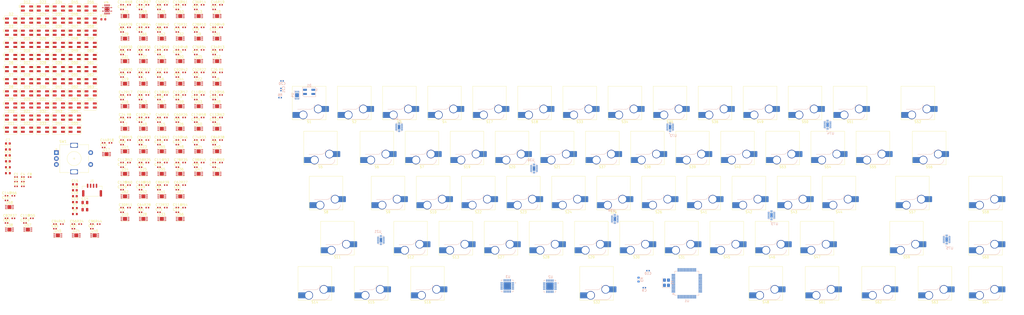
<source format=kicad_pcb>
(kicad_pcb (version 20241229) (generator "pcbnew") (generator_version "9.0")
  (layers (0 "F.Cu" signal) (4 "In1.Cu" signal) (6 "In2.Cu" signal) (2 "B.Cu" signal) (13 "F.Paste" user) (15 "B.Paste" user) (5 "F.SilkS" user "F.Silkscreen") (7 "B.SilkS" user "B.Silkscreen") (1 "F.Mask" user) (3 "B.Mask" user) (25 "Edge.Cuts" user))
  (net 0 "")
  (net 1 "GND")
  (net 2 "+3.3VD")
  (net 3 "+3.3VA")
  (net 4 "Net-(U1-NRST)")
  (net 5 "Net-(U1-PH0)")
  (net 6 "Net-(U1-PH1)")
  (net 7 "Net-(U1-VCAP_1)")
  (net 8 "Net-(U1-VCAP_2)")
  (net 9 "+5V")
  (net 10 "Net-(U2-NR)")
  (net 11 "Net-(U3-NR)")
  (net 12 "Net-(U4-VREF)")
  (net 13 "Net-(U6-VREF)")
  (net 14 "Net-(U7-VREF)")
  (net 15 "Net-(U8-VREF)")
  (net 16 "Net-(U9-VREF)")
  (net 17 "Net-(U10-VREF)")
  (net 18 "Net-(U11-VREF)")
  (net 19 "Net-(U12-VREF)")
  (net 20 "Net-(U13-VREF)")
  (net 21 "Net-(U14-VREF)")
  (net 22 "Net-(U15-VREF)")
  (net 23 "Net-(U16-VREF)")
  (net 24 "Net-(U17-VREF)")
  (net 25 "Net-(U18-VREF)")
  (net 26 "Net-(U19-VREF)")
  (net 27 "Net-(U20-VREF)")
  (net 28 "Net-(U22-VREF)")
  (net 29 "Net-(U23-VREF)")
  (net 30 "Net-(U24-VREF)")
  (net 31 "Net-(U25-VREF)")
  (net 32 "Net-(U26-VREF)")
  (net 33 "Net-(U27-VREF)")
  (net 34 "Net-(U28-VREF)")
  (net 35 "Net-(U29-VREF)")
  (net 36 "Net-(U31-VREF)")
  (net 37 "Net-(U32-VREF)")
  (net 38 "Net-(U33-VREF)")
  (net 39 "Net-(U34-VREF)")
  (net 40 "Net-(U35-VREF)")
  (net 41 "Net-(U36-VREF)")
  (net 42 "Net-(U37-VREF)")
  (net 43 "Net-(U38-VREF)")
  (net 44 "Net-(U40-VREF)")
  (net 45 "Net-(U41-VREF)")
  (net 46 "Net-(U42-VREF)")
  (net 47 "Net-(U43-VREF)")
  (net 48 "Net-(U44-VREF)")
  (net 49 "Net-(U45-VREF)")
  (net 50 "Net-(U46-VREF)")
  (net 51 "Net-(U47-VREF)")
  (net 52 "Net-(U48-VREF)")
  (net 53 "Net-(U49-VREF)")
  (net 54 "Net-(U50-VREF)")
  (net 55 "Net-(U51-VREF)")
  (net 56 "Net-(U52-VREF)")
  (net 57 "Net-(U53-VREF)")
  (net 58 "Net-(U54-VREF)")
  (net 59 "Net-(U55-VREF)")
  (net 60 "Net-(U56-VREF)")
  (net 61 "Net-(U57-VREF)")
  (net 62 "Net-(U58-VREF)")
  (net 63 "Net-(U59-VREF)")
  (net 64 "Net-(U60-VREF)")
  (net 65 "Net-(U61-VREF)")
  (net 66 "Net-(U62-VREF)")
  (net 67 "Net-(U63-VREF)")
  (net 68 "Net-(U64-VREF)")
  (net 69 "Net-(U65-VREF)")
  (net 70 "Net-(U66-VREF)")
  (net 71 "Net-(U67-VREF)")
  (net 72 "Net-(U68-VREF)")
  (net 73 "Net-(U69-VREF)")
  (net 74 "Net-(U70-VREF)")
  (net 75 "Net-(U71-VREF)")
  (net 76 "Net-(D1-DOUT)")
  (net 77 "Net-(D1-DIN)")
  (net 78 "Net-(D2-DOUT)")
  (net 79 "Net-(D3-DOUT)")
  (net 80 "Net-(D4-DOUT)")
  (net 81 "Net-(D5-DOUT)")
  (net 82 "Net-(D6-DOUT)")
  (net 83 "Net-(D7-DOUT)")
  (net 84 "Net-(D8-DOUT)")
  (net 85 "Net-(D10-DIN)")
  (net 86 "Net-(D10-DOUT)")
  (net 87 "Net-(D11-DOUT)")
  (net 88 "Net-(D12-DOUT)")
  (net 89 "Net-(D13-DOUT)")
  (net 90 "Net-(D14-DOUT)")
  (net 91 "Net-(D15-DOUT)")
  (net 92 "Net-(D16-DOUT)")
  (net 93 "Net-(D17-DOUT)")
  (net 94 "Net-(D17-DIN)")
  (net 95 "Net-(D18-DIN)")
  (net 96 "Net-(D19-DIN)")
  (net 97 "Net-(D20-DIN)")
  (net 98 "Net-(D21-DIN)")
  (net 99 "Net-(D22-DIN)")
  (net 100 "Net-(D23-DIN)")
  (net 101 "Net-(D24-DIN)")
  (net 102 "Net-(D25-DIN)")
  (net 103 "Net-(D26-DIN)")
  (net 104 "Net-(D27-DIN)")
  (net 105 "Net-(D28-DIN)")
  (net 106 "Net-(D29-DIN)")
  (net 107 "Net-(D30-DIN)")
  (net 108 "Net-(D31-DIN)")
  (net 109 "Net-(D33-DOUT)")
  (net 110 "Net-(D34-DOUT)")
  (net 111 "Net-(D35-DOUT)")
  (net 112 "Net-(D36-DOUT)")
  (net 113 "Net-(D37-DOUT)")
  (net 114 "Net-(D38-DOUT)")
  (net 115 "Net-(D39-DOUT)")
  (net 116 "Net-(D40-DOUT)")
  (net 117 "Net-(D41-DOUT)")
  (net 118 "Net-(D42-DOUT)")
  (net 119 "Net-(D43-DOUT)")
  (net 120 "Net-(D44-DOUT)")
  (net 121 "Net-(D45-DOUT)")
  (net 122 "Net-(D46-DOUT)")
  (net 123 "Net-(D47-DOUT)")
  (net 124 "Net-(D48-DOUT)")
  (net 126 "Net-(D49-DIN)")
  (net 127 "Net-(D50-DIN)")
  (net 128 "Net-(D51-DIN)")
  (net 129 "Net-(D52-DIN)")
  (net 130 "Net-(D53-DIN)")
  (net 131 "Net-(D54-DIN)")
  (net 132 "Net-(D55-DIN)")
  (net 133 "Net-(D56-DIN)")
  (net 134 "Net-(D57-DIN)")
  (net 135 "Net-(D58-DIN)")
  (net 136 "Net-(D59-DIN)")
  (net 137 "Net-(D60-DIN)")
  (net 138 "Net-(D61-DIN)")
  (net 139 "Net-(D62-DIN)")
  (net 140 "Net-(D63-DIN)")
  (net 141 "Net-(J1-Pin_2)")
  (net 142 "Net-(J1-Pin_3)")
  (net 143 "Net-(U1-BOOT0)")
  (net 144 "D-")
  (net 145 "D+")
  (net 146 "/Mux_0/SIG_0")
  (net 147 "Net-(U4-VOUT)")
  (net 148 "Net-(U6-VOUT)")
  (net 149 "/Mux_0/SIG_1")
  (net 150 "/Mux_0/SIG_2")
  (net 151 "Net-(U7-VOUT)")
  (net 152 "Net-(U8-VOUT)")
  (net 153 "/Mux_0/SIG_3")
  (net 154 "/Mux_0/SIG_4")
  (net 155 "Net-(U9-VOUT)")
  (net 156 "Net-(U10-VOUT)")
  (net 157 "/Mux_0/SIG_5")
  (net 158 "/Mux_0/SIG_6")
  (net 159 "Net-(U11-VOUT)")
  (net 160 "/Mux_0/SIG_7")
  (net 161 "Net-(U12-VOUT)")
  (net 162 "/Mux_1/SIG_0")
  (net 163 "Net-(U13-VOUT)")
  (net 164 "/Mux_1/SIG_1")
  (net 165 "Net-(U14-VOUT)")
  (net 166 "/Mux_1/SIG_2")
  (net 167 "Net-(U15-VOUT)")
  (net 168 "Net-(U16-VOUT)")
  (net 169 "/Mux_1/SIG_3")
  (net 170 "/Mux_1/SIG_4")
  (net 171 "Net-(U17-VOUT)")
  (net 172 "/Mux_1/SIG_5")
  (net 173 "Net-(U18-VOUT)")
  (net 174 "Net-(U19-VOUT)")
  (net 175 "/Mux_1/SIG_6")
  (net 176 "Net-(U20-VOUT)")
  (net 177 "/Mux_1/SIG_7")
  (net 178 "Net-(U22-VOUT)")
  (net 179 "/Mux_2/SIG_0")
  (net 180 "/Mux_2/SIG_1")
  (net 181 "Net-(U23-VOUT)")
  (net 182 "/Mux_2/SIG_2")
  (net 183 "Net-(U24-VOUT)")
  (net 184 "/Mux_2/SIG_3")
  (net 185 "Net-(U25-VOUT)")
  (net 186 "Net-(U26-VOUT)")
  (net 187 "/Mux_2/SIG_4")
  (net 188 "/Mux_2/SIG_5")
  (net 189 "Net-(U27-VOUT)")
  (net 190 "/Mux_2/SIG_6")
  (net 191 "Net-(U28-VOUT)")
  (net 192 "/Mux_2/SIG_7")
  (net 193 "Net-(U29-VOUT)")
  (net 194 "Net-(U31-VOUT)")
  (net 195 "/Mux_3/SIG_0")
  (net 196 "Net-(U32-VOUT)")
  (net 197 "/Mux_3/SIG_1")
  (net 198 "/Mux_3/SIG_2")
  (net 199 "Net-(U33-VOUT)")
  (net 200 "Net-(U34-VOUT)")
  (net 201 "/Mux_3/SIG_3")
  (net 202 "/Mux_3/SIG_4")
  (net 203 "Net-(U35-VOUT)")
  (net 204 "Net-(U36-VOUT)")
  (net 205 "/Mux_3/SIG_5")
  (net 206 "Net-(U37-VOUT)")
  (net 207 "/Mux_3/SIG_6")
  (net 208 "Net-(U38-VOUT)")
  (net 209 "/Mux_3/SIG_7")
  (net 210 "/Mux_4/SIG_0")
  (net 211 "Net-(U40-VOUT)")
  (net 212 "Net-(U41-VOUT)")
  (net 213 "/Mux_4/SIG_1")
  (net 214 "Net-(U42-VOUT)")
  (net 215 "/Mux_4/SIG_2")
  (net 216 "Net-(U43-VOUT)")
  (net 217 "/Mux_4/SIG_3")
  (net 218 "/Mux_4/SIG_4")
  (net 219 "Net-(U44-VOUT)")
  (net 220 "Net-(U45-VOUT)")
  (net 221 "/Mux_4/SIG_5")
  (net 222 "Net-(U46-VOUT)")
  (net 223 "/Mux_4/SIG_6")
  (net 224 "Net-(U47-VOUT)")
  (net 225 "/Mux_4/SIG_7")
  (net 226 "Net-(U48-VOUT)")
  (net 227 "/Mux_5/SIG_0")
  (net 228 "Net-(U49-VOUT)")
  (net 229 "/Mux_5/SIG_1")
  (net 230 "Net-(U50-VOUT)")
  (net 231 "/Mux_5/SIG_2")
  (net 232 "/Mux_5/SIG_3")
  (net 233 "Net-(U51-VOUT)")
  (net 234 "/Mux_5/SIG_4")
  (net 235 "Net-(U52-VOUT)")
  (net 236 "Net-(U53-VOUT)")
  (net 237 "/Mux_5/SIG_5")
  (net 238 "Net-(U54-VOUT)")
  (net 239 "/Mux_5/SIG_6")
  (net 240 "/Mux_5/SIG_7")
  (net 241 "Net-(U55-VOUT)")
  (net 242 "/Mux_6/SIG_0")
  (net 243 "Net-(U56-VOUT)")
  (net 244 "/Mux_6/SIG_1")
  (net 245 "Net-(U57-VOUT)")
  (net 246 "Net-(U58-VOUT)")
  (net 247 "/Mux_6/SIG_2")
  (net 248 "Net-(U59-VOUT)")
  (net 249 "/Mux_6/SIG_3")
  (net 250 "Net-(U60-VOUT)")
  (net 251 "/Mux_6/SIG_4")
  (net 252 "/Mux_6/SIG_5")
  (net 253 "Net-(U61-VOUT)")
  (net 254 "Net-(U62-VOUT)")
  (net 255 "/Mux_6/SIG_6")
  (net 256 "/Mux_6/SIG_7")
  (net 257 "Net-(U63-VOUT)")
  (net 258 "Net-(U64-VOUT)")
  (net 259 "/Mux_7/SIG_0")
  (net 260 "/Mux_7/SIG_1")
  (net 261 "Net-(U65-VOUT)")
  (net 262 "Net-(U66-VOUT)")
  (net 263 "/Mux_7/SIG_2")
  (net 264 "Net-(U67-VOUT)")
  (net 265 "/Mux_7/SIG_3")
  (net 266 "/Mux_7/SIG_4")
  (net 267 "Net-(U68-VOUT)")
  (net 268 "Net-(U69-VOUT)")
  (net 269 "/Mux_7/SIG_5")
  (net 270 "Net-(U70-VOUT)")
  (net 271 "/Mux_7/SIG_6")
  (net 272 "Net-(U71-VOUT)")
  (net 273 "/Mux_7/SIG_7")
  (net 274 "Net-(R70-Pad1)")
  (net 275 "/STM32F405RGT6/ENC_SIG")
  (net 276 "/STM32F405RGT6/ENC_CH2")
  (net 277 "/STM32F405RGT6/ENC_CH1")
  (net 280 "/Mux_4/MUX_D")
  (net 283 "SWDIO")
  (net 285 "/Mux_7/MUX_D")
  (net 288 "/Mux_1/MUX_D")
  (net 289 "/Mux_3/MUX_D")
  (net 293 "SWCLK")
  (net 295 "MUX_A2")
  (net 297 "/Mux_5/MUX_D")
  (net 299 "/Mux_2/MUX_D")
  (net 301 "/Mux_6/MUX_D")
  (net 307 "MUX_A0")
  (net 308 "/Mux_0/MUX_D")
  (net 314 "MUX_A1")
  (net 319 "/LEDs/LED_DIN")
  (footprint "Capacitor_SMD:C_0402_1005Metric" (layer "F.Cu") (at -9.11625 55.975)
    (property "Reference" "C146")
    (property "Value" "0.1uF")
  )
  (footprint "Capacitor_SMD:C_0402_1005Metric" (layer "F.Cu") (at -48.01625 0.825)
    (property "Reference" "C67")
    (property "Value" "20pF")
  )
  (footprint "ScottoKeebs_Hotswap:Hotswap_MX_Plated_1.00u" (layer "F.Cu") (at 78.64 49.8475 180)
    (property "Reference" "S7")
    (property "Value" "~")
  )
  (footprint "LED_SMD:LED_SK6812MINI_PLCC4_3.5x3.5mm_P1.75mm" (layer "F.Cu") (at -88.19125 36.99)
    (property "Reference" "D21")
    (property "Value" "SK6812MINI")
  )
  (footprint "Resistor_SMD:R_0402_1005Metric" (layer "F.Cu") (at -37.34625 17.905)
    (property "Reference" "R12")
    (property "Value" "1kΩ")
  )
  (footprint "Resistor_SMD:R_0402_1005Metric" (layer "F.Cu") (at -29.56625 27.425)
    (property "Reference" "R65")
    (property "Value" "1kΩ")
  )
  (footprint "ScottoKeebs_Hotswap:Hotswap_MX_Plated_2.25u" (layer "F.Cu") (at 285.80875 68.8975 180)
    (property "Reference" "S57")
    (property "Value" "~")
  )
  (footprint "prometheus-65-footprints:TMR2652D" (layer "F.Cu") (at -31.23625 51.22)
    (property "Reference" "U65")
    (property "Value" "TMR2652D")
  )
  (footprint "Capacitor_SMD:C_0402_1005Metric" (layer "F.Cu") (at -92.82625 66.045)
    (property "Reference" "C3")
    (property "Value" "100nF")
  )
  (footprint "LED_SMD:LED_SK6812MINI_PLCC4_3.5x3.5mm_P1.75mm" (layer "F.Cu") (at -88.19125 21.63)
    (property "Reference" "D18")
    (property "Value" "SK6812MINI")
  )
  (footprint "Resistor_SMD:R_0402_1005Metric" (layer "F.Cu") (at -21.78625 27.425)
    (property "Reference" "R57")
    (property "Value" "1kΩ")
  )
  (footprint "ScottoKeebs_Hotswap:Hotswap_MX_Plated_1.00u" (layer "F.Cu") (at 102.4525 68.8975 180)
    (property "Reference" "S22")
    (property "Value" "~")
  )
  (footprint "Capacitor_SMD:C_0402_1005Metric" (layer "F.Cu") (at -24.67625 17.895)
    (property "Reference" "C92")
    (property "Value" "0.1uF")
  )
  (footprint "Capacitor_SMD:C_0603_1608Metric" (layer "F.Cu") (at -67.96625 72.705)
    (property "Reference" "C19")
    (property "Value" "1uF")
  )
  (footprint "Resistor_SMD:R_0402_1005Metric" (layer "F.Cu") (at -29.56625 55.985)
    (property "Reference" "R53")
    (property "Value" "1kΩ")
  )
  (footprint "prometheus-65-footprints:TMR2652D" (layer "F.Cu") (at -39.01625 79.78)
    (property "Reference" "U28")
    (property "Value" "TMR2652D")
  )
  (footprint "Capacitor_SMD:C_0402_1005Metric" (layer "F.Cu") (at -89.05625 79.535)
    (property "Reference" "C118")
    (property "Value" "0.1uF")
  )
  (footprint "Capacitor_SMD:C_0402_1005Metric" (layer "F.Cu") (at -9.11625 57.945)
    (property "Reference" "C147")
    (property "Value" "20pF")
  )
  (footprint "Capacitor_SMD:C_0603_1608Metric" (layer "F.Cu") (at -96.26625 47.925)
    (property "Reference" "C7")
    (property "Value" "4.7uF")
  )
  (footprint "Capacitor_SMD:C_0402_1005Metric" (layer "F.Cu") (at -48.01625 36.935)
    (property "Reference" "C24")
    (property "Value" "0.1uF")
  )
  (footprint "Resistor_SMD:R_0402_1005Metric" (layer "F.Cu") (at -45.12625 75.025)
    (property "Reference" "R11")
    (property "Value" "1kΩ")
  )
  (footprint "prometheus-65-footprints:TMR2652D" (layer "F.Cu") (at -67.37625 86.73)
    (property "Reference" "U24")
    (property "Value" "TMR2652D")
  )
  (footprint "Resistor_SMD:R_0603_1608Metric" (layer "F.Cu") (at -67.96625 77.725)
    (property "Reference" "R5")
    (property "Value" "22Ω")
  )
  (footprint "Capacitor_SMD:C_0402_1005Metric" (layer "F.Cu") (at -60.81625 81.965)
    (property "Reference" "C96")
    (property "Value" "0.1uF")
  )
  (footprint "Capacitor_SMD:C_0402_1005Metric" (layer "F.Cu") (at -9.11625 8.375)
    (property "Reference" "C34")
    (property "Value" "0.1uF")
  )
  (footprint "ScottoKeebs_Hotswap:Hotswap_MX_Plated_2.00u" (layer "F.Cu") (at 288.13125 30.7975 180)
    (property "Reference" "S52")
    (property "Value" "~")
  )
  (footprint "Capacitor_SMD:C_0402_1005Metric" (layer "F.Cu") (at -76.37625 83.935)
    (property "Reference" "C95")
    (property "Value" "20pF")
  )
  (footprint "Resistor_SMD:R_0402_1005Metric" (layer "F.Cu") (at -45.12625 -1.135)
    (property "Reference" "R29")
    (property "Value" "1kΩ")
  )
  (footprint "prometheus-65-footprints:TMR2652D" (layer "F.Cu") (at -39.01625 41.7)
    (property "Reference" "U49")
    (property "Value" "TMR2652D")
  )
  (footprint "Capacitor_SMD:C_0402_1005Metric" (layer "F.Cu") (at -96.83625 71.985)
    (property "Reference" "C141")
    (property "Value" "20pF")
  )
  (footprint "Capacitor_SMD:C_0402_1005Metric" (layer "F.Cu") (at -24.67625 19.865)
    (property "Reference" "C93")
    (property "Value" "20pF")
  )
  (footprint "LED_SMD:LED_SK6812MINI_PLCC4_3.5x3.5mm_P1.75mm" (layer "F.Cu") (at -88.19125 31.87)
    (property "Reference" "D20")
    (property "Value" "SK6812MINI")
  )
  (footprint "prometheus-65-footprints:TMR2652D" (layer "F.Cu") (at -39.01625 51.22)
    (property "Reference" "U23")
    (property "Value" "TMR2652D")
  )
  (footprint "Capacitor_SMD:C_0603_1608Metric" (layer "F.Cu") (at -96.26625 52.945)
    (property "Reference" "C12")
    (property "Value" "2.2uF")
  )
  (footprint "Resistor_SMD:R_0402_1005Metric" (layer "F.Cu") (at -6.22625 -1.135)
    (property "Reference" "R49")
    (property "Value" "1kΩ")
  )
  (footprint "Capacitor_SMD:C_0402_1005Metric" (layer "F.Cu") (at -24.67625 55.975)
    (property "Reference" "C78")
    (property "Value" "0.1uF")
  )
  (footprint "prometheus-65-footprints:TMR2652D" (layer "F.Cu") (at -23.45625 32.18)
    (property "Reference" "U59")
    (property "Value" "TMR2652D")
  )
  (footprint "LED_SMD:LED_SK6812MINI_PLCC4_3.5x3.5mm_P1.75mm" (layer "F.Cu") (at -88.19125 42.11)
    (property "Reference" "D22")
    (property "Value" "SK6812MINI")
  )
  (footprint "ScottoKeebs_Hotswap:Hotswap_MX_Plated_1.00u" (layer "F.Cu") (at 145.315 30.7975 180)
    (property "Reference" "S33")
    (property "Value" "~")
  )
  (footprint "Resistor_SMD:R_0402_1005Metric" (layer "F.Cu") (at -37.34625 -10.655)
    (property "Reference" "R67")
    (property "Value" "1kΩ")
  )
  (footprint "ScottoKeebs_Hotswap:Hotswap_MX_Plated_1.00u" (layer "F.Cu") (at 69.115 30.7975 180)
    (property "Reference" "S3")
    (property "Value" "~")
  )
  (footprint "Capacitor_SMD:C_0402_1005Metric" (layer "F.Cu") (at -48.01625 46.455)
    (property "Reference" "C38")
    (property "Value" "0.1uF")
  )
  (footprint "Resistor_SMD:R_0402_1005Metric" (layer "F.Cu") (at -37.34625 75.025)
    (property "Reference" "R28")
    (property "Value" "1kΩ")
  )
  (footprint "Resistor_SMD:R_0402_1005Metric" (layer "F.Cu") (at -6.22625 -10.655)
    (property "Reference" "R19")
    (property "Value" "1kΩ")
  )
  (footprint "prometheus-65-footprints:TMR2652D" (layer "F.Cu") (at -46.79625 -5.9)
    (property "Reference" "U70")
    (property "Value" "TMR2652D")
  )
  (footprint "prometheus-65-footprints:TMR2652D" (layer "F.Cu") (at -23.45625 41.7)
    (property "Reference" "U26")
    (property "Value" "TMR2652D")
  )
  (footprint "prometheus-65-footprints:TMR2652D" (layer "F.Cu") (at -31.23625 13.14)
    (property "Reference" "U61")
    (property "Value" "TMR2652D")
  )
  (footprint "Capacitor_SMD:C_0402_1005Metric" (layer "F.Cu") (at -40.23625 38.905)
    (property "Reference" "C103")
    (property "Value" "20pF")
  )
  (footprint "Resistor_SMD:R_0402_1005Metric" (layer "F.Cu") (at -6.22625 8.385)
    (property "Reference" "R13")
    (property "Value" "1kΩ")
  )
  (footprint "Capacitor_SMD:C_0402_1005Metric" (layer "F.Cu") (at -48.01625 57.945)
    (property "Reference" "C113")
    (property "Value" "20pF")
  )
  (footprint "Capacitor_SMD:C_0402_1005Metric" (layer "F.Cu") (at -89.95625 64.075)
    (property "Reference" "C5")
    (property "Value" "100nF")
  )
  (footprint "ScottoKeebs_Hotswap:Hotswap_MX_Plated_1.00u" (layer "F.Cu") (at 269.14 49.8475 180)
    (property "Reference" "S55")
    (property "Value" "~")
  )
  (footprint "Resistor_SMD:R_0402_1005Metric" (layer "F.Cu") (at -29.56625 8.385)
    (property "Reference" "R59")
    (property "Value" "1kΩ")
  )
  (footprint "Capacitor_SMD:C_0402_1005Metric" (layer "F.Cu") (at -32.45625 67.465)
    (property "Reference" "C87")
    (property "Value" "20pF")
  )
  (footprint "Capacitor_SMD:C_0402_1005Metric" (layer "F.Cu") (at -16.89625 17.895)
    (property "Reference" "C52")
    (property "Value" "0.1uF")
  )
  (footprint "Resistor_SMD:R_0402_1005Metric" (layer "F.Cu") (at -86.16625 79.545)
    (property "Reference" "R55")
    (property "Value" "1kΩ")
  )
  (footprint "ScottoKeebs_Hotswap:Hotswap_MX_Plated_1.00u" (layer "F.Cu") (at 88.165 30.7975 180)
    (property "Reference" "S4")
    (property "Value" "~")
  )
  (footprint "prometheus-65-footprints:TMR2652D" (layer "F.Cu") (at -39.01625 13.14)
    (property "Reference" "U37")
    (property "Value" "TMR2652D")
  )
  (footprint "Capacitor_SMD:C_0402_1005Metric" (layer "F.Cu") (at -40.23625 19.865)
    (property "Reference" "C33")
    (property "Value" "20pF")
  )
  (footprint "Capacitor_SMD:C_0402_1005Metric" (layer "F.Cu") (at -32.45625 27.415)
    (property "Reference" "C138")
    (property "Value" "0.1uF")
  )
  (footprint "prometheus-65-footprints:TMR2652D" (layer "F.Cu") (at -23.45625 79.78)
    (property "Reference" "U56")
    (property "Value" "TMR2652D")
  )
  (footprint "ScottoKeebs_Hotswap:Hotswap_MX_Plated_1.00u" (layer "F.Cu") (at 97.69 49.8475 180)
    (property "Reference" "S19")
    (property "Value" "~")
  )
  (footprint "LED_SMD:LED_SK6812MINI_PLCC4_3.5x3.5mm_P1.75mm" (layer "F.Cu") (at -81.47125 11.39)
    (property "Reference" "D27")
    (property "Value" "SK6812MINI")
  )
  (footprint "ScottoKeebs_Hotswap:Hotswap_MX_Plated_1.00u" (layer "F.Cu") (at 59.59 49.8475 180)
    (property "Reference" "S6")
    (property "Value" "~")
  )
  (footprint "Resistor_SMD:R_0402_1005Metric" (layer "F.Cu") (at -6.22625 36.945)
    (property "Reference" "R62")
    (property "Value" "1kΩ")
  )
  (footprint "LED_SMD:LED_SK6812MINI_PLCC4_3.5x3.5mm_P1.75mm" (layer "F.Cu") (at -74.75125 11.39)
    (property "Reference" "D38")
    (property "Value" "SK6812MINI")
  )
  (footprint "Capacitor_SMD:C_0402_1005Metric" (layer "F.Cu") (at -16.89625 36.935)
    (property "Reference" "C124")
    (property "Value" "0.1uF")
  )
  (footprint "Capacitor_SMD:C_0402_1005Metric" (layer "F.Cu") (at -16.89625 46.455)
    (property "Reference" "C74")
    (property "Value" "0.1uF")
  )
  (footprint "prometheus-65-footprints:SN74AUC08RGYRG4" (layer "F.Cu") (at -54.37625 -8.725)
    (property "Reference" "U76")
    (property "Value" "74AHCT125")
  )
  (footprint "Capacitor_SMD:C_0402_1005Metric" (layer "F.Cu") (at -32.45625 19.865)
    (property "Reference" "C23")
    (property "Value" "20pF")
  )
  (footprint "Capacitor_SMD:C_0402_1005Metric" (layer "F.Cu") (at -9.11625 38.905)
    (property "Reference" "C133")
    (property "Value" "20pF")
  )
  (footprint "Capacitor_SMD:C_0402_1005Metric" (layer "F.Cu") (at -48.01625 75.015)
    (property "Reference" "C30")
    (property "Value" "0.1uF")
  )
  (footprint "Capacitor_SMD:C_0402_1005Metric" (layer "F.Cu") (at -9.11625 -10.665)
    (property "Reference" "C46")
    (property "Value" "0.1uF")
  )
  (footprint "ScottoKeebs_Hotswap:Hotswap_MX_Plated_1.00u" (layer "F.Cu") (at 116.74 49.8475 180)
    (property "Reference" "S20")
    (property "Value" "~")
  )
  (footprint "Capacitor_SMD:C_0402_1005Metric" (layer "F.Cu") (at -16.89625 -1.145)
    (property "Reference" "C28")
    (property "Value" "0.1uF")
  )
  (footprint "Capacitor_SMD:C_0402_1005Metric" (layer "F.Cu") (at -40.23625 46.455)
    (property "Reference" "C54")
    (property "Value" "0.1uF")
  )
  (footprint "prometheus-65-footprints:TMR2652D" (layer "F.Cu") (at -46.79625 79.78)
    (property "Reference" "U10")
    (property "Value" "TMR2652D")
  )
  (footprint "Resistor_SMD:R_0402_1005Metric" (layer "F.Cu") (at -14.00625 -1.135)
    (property "Reference" "R10")
    (property "Value" "1kΩ")
  )
  (footprint "ScottoKeebs_Hotswap:Hotswap_MX_Plated_1.00u" (layer "F.Cu") (at 211.99 49.8475 180)
    (property "Reference" "S40")
    (property "Value" "~")
  )
  (footprint "LED_SMD:LED_SK6812MINI_PLCC4_3.5x3.5mm_P1.75mm" (layer "F.Cu") (at -74.75125 -9.09)
    (property "Reference" "D34")
    (property "Value" "SK6812MINI")
  )
  (footprint "Capacitor_SMD:C_0402_1005Metric" (layer "F.Cu") (at -16.89625 8.375)
    (property "Reference" "C76")
    (property "Value" "0.1uF")
  )
  (footprint "ScottoKeebs_Hotswap:Hotswap_MX_Plated_1.00u" (layer "F.Cu") (at 135.79 49.8475 180)
    (property "Reference" "S21")
    (property "Value" "~")
  )
  (footprint "LED_SMD:LED_SK6812MINI_PLCC4_3.5x3.5mm_P1.75mm" (layer "F.Cu") (at -61.31125 6.27)
    (property "Reference" "D59")
    (property "Value" "SK6812MINI")
  )
  (footprint "prometheus-65-footprints:TMR2652D" (layer "F.Cu") (at -15.67625 60.74)
    (property "Reference" "U47")
    (property "Value" "TMR2652D")
  )
  (footprint "Capacitor_SMD:C_0402_1005Metric" (layer "F.Cu") (at -48.01625 8.375)
    (property "Reference" "C68")
    (property "Value" "0.1uF")
  )
  (footprint "Capacitor_SMD:C_0402_1005Metric" (layer "F.Cu") (at -16.89625 0.825)
    (property "Reference" "C29")
    (property "Value" "20pF")
  )
  (footprint "Capacitor_SMD:C_0402_1005Metric" (layer "F.Cu") (at -24.67625 -8.695)
    (property "Reference" "C131")
    (property "Value" "20pF")
  )
  (footprint "Capacitor_SMD:C_0402_1005Metric" (layer "F.Cu") (at -9.11625 19.865)
    (property "Reference" "C27")
    (property "Value" "20pF")
  )
  (footprint "Capacitor_SMD:C_0402_1005Metric" (layer "F.Cu") (at -87.08625 62.105)
    (property "Reference" "C8")
    (property "Value" "100nF")
  )
  (footprint "Resistor_SMD:R_0603_1608Metric" (layer "F.Cu") (at -96.26625 57.965)
    (property "Reference" "R1")
    (property "Value" "10kΩ")
  )
  (footprint "Capacitor_SMD:C_0402_1005Metric" (layer "F.Cu") (at -48.01625 76.985)
    (property "Reference" "C31")
    (property "Value" "20pF")
  )
  (footprint "Capacitor_SMD:C_0402_1005Metric" (layer "F.Cu") (at -89.95625 66.045)
    (property "Reference" "C6")
    (property "Value" "100nF")
  )
  (footprint "Resistor_SMD:R_0402_1005Metric" (layer "F.Cu") (at -37.34625 46.465)
    (property "Reference" "R23")
    (property "Value" "1kΩ")
  )
  (footprint "Capacitor_SMD:C_0402_1005Metric" (layer "F.Cu") (at -32.45625 38.905)
    (property "Reference" "C41")
    (property "Value" "20pF")
  )
  (footprint "Capacitor_SMD:C_0402_1005Metric" (layer "F.Cu") (at -48.01625 17.895)
    (property "Reference" "C48")
    (property "Value" "0.1uF")
  )
  (footprint "Capacitor_SMD:C_0402_1005Metric" (layer "F.Cu") (at -76.37625 81.965)
    (property "Reference" "C94")
    (property "Value" "0.1uF")
  )
  (footprint "Resistor_SMD:R_0402_1005Metric" (layer "F.Cu") (at -21.78625 65.505)
    (property "Reference" "R27")
    (property "Value" "1kΩ")
  )
  (footprint "prometheus-65-footprints:TMR2652D" (layer "F.Cu") (at -7.89625 -5.9)
    (property "Reference" "U18")
    (property "Value" "TMR2652D")
  )
  (footprint "Capacitor_SMD:C_0402_1005Metric" (layer "F.Cu") (at -40.23625 17.895)
    (property "Reference" "C32")
    (property "Value" "0.1uF")
  )
  (footprint "prometheus-65-footprints:TMR2652D" (layer "F.Cu") (at -46.79625 41.7)
    (property "Reference" "U7")
    (property "Value" "TMR2652D")
  )
  (footprint "ScottoKeebs_Hotswap:Hotswap_MX_Plated_1.00u" (layer "F.Cu") (at 64.3525 68.8975 180)
    (property "Reference" "S9")
    (property "Value" "~")
  )
  (footprint "Capacitor_SMD:C_0402_1005Metric" (layer "F.Cu") (at -16.89625 55.975)
    (property "Reference" "C98")
    (property "Value" "0.1uF")
  )
  (footprint "ScottoKeebs_Hotswap:Hotswap_MX_Plated_1.00u" (layer "F.Cu") (at 235.8025 68.8975 180)
    (property "Reference" "S43")
    (property "Value" "~")
  )
  (footprint "LED_SMD:LED_SK6812MINI_PLCC4_3.5x3.5mm_P1.75mm" (layer "F.Cu") (at -68.03125 11.39)
    (property "Reference" "D49")
    (property "Value" "SK6812MINI")
  )
  (footprint "Resistor_SMD:R_0402_1005Metric" (layer "F.Cu") (at -37.34625 65.505)
    (property "Reference" "R50")
    (property "Value" "1kΩ")
  )
  (footprint "Resistor_SMD:R_0402_1005Metric" (layer "F.Cu") (at -73.48625 81.975)
    (property "Reference" "R43")
    (property "Value" "1kΩ")
  )
  (footprint "ScottoKeebs_Hotswap:Hotswap_MX_Plated_1.25u" (layer "F.Cu") (at 81.02125 106.9975 180)
    (property "Reference" "S16")
    (property "Value" "~")
  )
  (footprint "Capacitor_SMD:C_0402_1005Metric" (layer "F.Cu") (at -40.23625 55.975)
    (property "Reference" "C58")
    (property "Value" "0.1uF")
  )
  (footprint "LED_SMD:LED_SK6812MINI_PLCC4_3.5x3.5mm_P1.75mm" (layer "F.Cu") (at -61.31125 31.87)
    (property "Reference" "D64")
    (property "Value" "SK6812MINI")
  )
  (footprint "LED_SMD:LED_SK6812MINI_PLCC4_3.5x3.5mm_P1.75mm" (layer "F.Cu") (at -61.31125 26.75)
    (property "Reference" "D63")
    (property "Value" "SK6812MINI")
  )
  (footprint "Capacitor_SMD:C_0402_1005Metric" (layer "F.Cu") (at -24.67625 29.385)
    (property "Reference" "C123")
    (property "Value" "20pF")
  )
  (footprint "Capacitor_SMD:C_0402_1005Metric" (layer "F.Cu") (at -16.89625 -10.665)
    (property "Reference" "C36")
    (property "Value" "0.1uF")
  )
  (footprint "prometheus-65-footprints:TMR2652D" (layer "F.Cu") (at -46.79625 3.62)
    (property "Reference" "U29")
    (property "Value" "TMR2652D")
  )
  (footprint "Capacitor_SMD:C_0402_1005Metric" (layer "F.Cu") (at -40.23625 67.465)
    (property "Reference" "C109")
    (property "Value" "20pF")
  )
  (footprint "Capacitor_SMD:C_0402_1005Metric" (layer "F.Cu") (at -68.59625 81.965)
    (property "Reference" "C56")
    (property "Value" "0.1uF")
  )
  (footprint "Resistor_SMD:R_0402_1005Metric" (layer "F.Cu") (at -37.34625 -1.135)
    (property "Reference" "R64")
    (property "Value" "1kΩ")
  )
  (footprint "Resistor_SMD:R_0402_1005Metric" (layer "F.Cu") (at -93.94625 79.545)
    (property "Reference" "R37")
    (property "Value" "1kΩ")
  )
  (footprint "Capacitor_SMD:C_0603_1608Metric" (layer "F.Cu") (at -67.96625 70.195)
    (property "Reference" "C18")
    (property "Value" "10uF")
  )
  (footprint "Resistor_SMD:R_0402_1005Metric" (layer "F.Cu") (at -29.56625 -10.655)
    (property "Reference" "R21")
    (property "Value" "1kΩ")
  )
  (footprint "Resistor_SMD:R_0402_1005Metric" (layer "F.Cu") (at -29.56625 36.945)
    (property "Reference" "R16")
    (property "Value" "1kΩ")
  )
  (footprint "prometheus-65-footprints:TMR2652D" (layer "F.Cu") (at -23.45625 60.74)
    (property "Reference" "U36")
    (property "Value" "TMR2652D")
  )
  (footprint "Capacitor_SMD:C_0603_1608Metric" (layer "F.Cu") (at -96.26625 55.455)
    (property "Reference" "C13")
    (property "Value" "1uF")
  )
  (footprint "prometheus-65-footprints:TMR2652D" (layer "F.Cu") (at -39.01625 32.18)
    (property "Reference" "U43")
    (property "Value" "TMR2652D")
  )
  (footprint "Resistor_SMD:R_0402_1005Metric" (layer "F.Cu") (at -45.12625 8.385)
    (property "Reference" "R30")
    (property "Value" "1kΩ")
  )
  (footprint "ScottoKeebs_Hotswap:Hotswap_MX_Plated_1.00u" (layer "F.Cu") (at 197.7025 68.8975 180)
    (property "Reference" "S41")
    (property "Value" "~")
  )
  (footprint "Resistor_SMD:R_0402_1005Metric" (layer "F.Cu") (at -21.78625 -1.135)
    (property "Reference" "R31")
    (property "Value" "1kΩ")
  )
  (footprint "prometheus-65-footprints:TMR2652D" (layer "F.Cu") (at -31.23625 -5.9)
    (property "Reference" "U20")
    (property "Value" "TMR2652D")
  )
  (footprint "Resistor_SMD:R_0402_1005Metric" (layer "F.Cu") (at -93.94625 70.025)
    (property "Reference" "R66")
    (property "Value" "1kΩ")
  )
  (footprint "Capacitor_SMD:C_0402_1005Metric" (layer "F.Cu") (at -32.45625 10.345)
    (property "Reference" "C127")
    (property "Value" "20pF")
  )
  (footprint "ScottoKeebs_Hotswap:Hotswap_MX_Plated_1.00u" (layer "F.Cu") (at 316.765 106.9975 180)
    (property "Reference" "S64")
    (property "Value" "~")
  )
  (footprint "prometheus-65-footprints:TMR2652D" (layer "F.Cu") (at -23.45625 70.26)
    (property "Reference" "U27")
    (property "Value" "TMR2652D")
  )
  (footprint "ScottoKeebs_Hotswap:Hotswap_MX_Plated_1.00u" (layer "F.Cu") (at 245.58625 87.9475 180)
    (property "Reference" "S47")
    (property "Value" "~")
  )
  (footprint "ScottoKeebs_Hotswap:Hotswap_MX_Plated_1.25u" (layer "F.Cu") (at 247.70875 106.9975 180)
    (property "Reference" "S61")
    (property "Value" "~")
  )
  (footprint "Resistor_SMD:R_0402_1005Metric" (layer "F.Cu") (at -14.00625 55.985)
    (property "Reference" "R45")
    (property "Value" "1kΩ")
  )
  (footprint "ScottoKeebs_Hotswap:Hotswap_MX_Plated_1.00u" (layer "F.Cu") (at 254.8525 68.8975 180)
    (property "Reference" "S44")
    (property "Value" "~")
  )
  (footprint "Capacitor_SMD:C_0402_1005Metric" (layer "F.Cu") (at -48.01625 -10.665)
    (property "Reference" "C144")
    (property "Value" "0.1uF")
  )
  (footprint "prometheus-65-footprints:TMR2652D" (layer "F.Cu") (at -15.67625 51.22)
    (property "Reference" "U34")
    (property "Value" "TMR2652D")
  )
  (footprint "ScottoKeebs_Hotswap:Hotswap_MX_Plated_1.00u" (layer "F.Cu") (at 107.215 30.7975 180)
    (property "Reference" "S17")
    (property "Value" "~")
  )
  (footprint "LED_SMD:LED_SK6812MINI_PLCC4_3.5x3.5mm_P1.75mm" (layer "F.Cu") (at -74.75125 -3.97)
    (property "Reference" "D35")
    (property "Value" "SK6812MINI")
  )
  (footprint "prometheus-65-footprints:TMR2652D" (layer "F.Cu") (at -7.89625 51.22)
    (property "Reference" "U40")
    (property "Value" "TMR2652D")
  )
  (footprint "LED_SMD:LED_SK6812MINI_PLCC4_3.5x3.5mm_P1.75mm" (layer "F.Cu") (at -74.75125 31.87)
    (property "Reference" "D42")
    (property "Value" "SK6812MINI")
  )
  (footprint "Capacitor_SMD:C_0402_1005Metric" (layer "F.Cu") (at -92.82625 64.075)
    (property "Reference" "C2")
    (property "Value" "100nF")
  )
  (footprint "Resistor_SMD:R_0402_1005Metric" (layer "F.Cu") (at -45.12625 27.425)
    (property "Reference" "R17")
    (property "Value" "1kΩ")
  )
  (footprint "prometheus-65-footprints:TMR2652D" (layer "F.Cu") (at -75.15625 86.73)
    (property "Reference" "U45")
    (property "Value" "TMR2652D")
  )
  (footprint "Capacitor_SMD:C_0402_1005Metric" (layer "F.Cu") (at -48.01625 67.465)
    (property "Reference" "C129")
    (property "Value" "20pF")
  )
  (footprint "Capacitor_SMD:C_0402_1005Metric" (layer "F.Cu") (at -16.89625 27.415)
    (property "Reference" "C110")
    (property "Value" "0.1uF")
  )
  (footprint "prometheus-65-footprints:TMR2652D" (layer "F.Cu") (at -46.79625 60.74)
    (property "Reference" "U54")
    (property "Value" "TMR2652D")
  )
  (footprint "Resistor_SMD:R_0402_1005Metric" (layer "F.Cu") (at -21.78625 75.025)
    (property "Reference" "R54")
    (property "Value" "1kΩ")
  )
  (footprint "prometheus-65-footprints:TMR2652D" (layer "F.Cu") (at -15.67625 41.7)
    (property "Reference" "U60")
    (property "Value" "TMR2652D")
  )
  (footprint "prometheus-65-footprints:TMR2652D" (layer "F.Cu") (at -23.45625 13.14)
    (property "Reference" "U50")
    (property "Value" "TMR2652D")
  )
  (footprint "Capacitor_SMD:C_0402_1005Metric" (layer "F.Cu") (at -16.89625 10.345)
    (property "Reference" "C77")
    (property "Value" "20pF")
  )
  (footprint "ScottoKeebs_Hotswap:Hotswap_MX_Plated_1.25u" (layer "F.Cu") (at 57.20875 106.9975 180)
    (property "Reference" "S15")
    (property "Value" "~")
  )
  (footprint "ScottoKeebs_Hotswap:Hotswap_MX_Plated_1.00u" (layer "F.Cu") (at 316.765 68.8975 180)
    (property "Reference" "S58")
    (property "Value" "~")
  )
  (footprint "LED_SMD:LED_SK6812MINI_PLCC4_3.5x3.5mm_P1.75mm" (layer "F.Cu") (at -61.31125 11.39)
    (property "Reference" "D60")
    (property "Value" "SK6812MINI")
  )
  (footprint "Resistor_SMD:R_0402_1005Metric" (layer "F.Cu") (at -14.00625 27.425)
    (property "Reference" "R51")
    (property "Value" "1kΩ")
  )
  (footprint "Capacitor_SMD:C_0402_1005Metric" (layer "F.Cu") (at -24.67625 46.455)
    (property "Reference" "C100")
    (property "Value" "0.1uF")
  )
  (footprint "ScottoKeebs_Hotswap:Hotswap_MX_Plated_1.00u" (layer "F.Cu") (at 192.94 49.8475 180)
    (property "Reference" "S39")
    (property "Value" "~")
  )
  (footprint "Capacitor_SMD:C_0603_1608Metric" (layer "F.Cu") (at -96.26625 50.435)
    (property "Reference" "C11")
    (property "Value" "2.2uF")
  )
  (footprint "ScottoKeebs_Hotswap:Hotswap_MX_Plated_1.00u" (layer "F.Cu") (at 73.8775 87.9475 180)
    (property "Reference" "S12")
    (property "Value" "~")
  )
  (footprint "Resistor_SMD:R_0402_1005Metric" (layer "F.Cu") (at -52.93625 47.665)
    (property "Reference" "R18")
    (property "Value" "1kΩ")
  )
  (footprint "prometheus-65-footprints:TMR2652D" (layer "F.Cu") (at -39.01625 60.74)
    (property "Reference" "U25")
    (property "Value" "TMR2652D")
  )
  (footprint "Resistor_SMD:R_0402_1005Metric" (layer "F.Cu") (at -37.34625 8.385)
    (property "Reference" "R36")
    (property "Value" "1kΩ")
  )
  (footprint "ScottoKeebs_Hotswap:Hotswap_MX_Plated_1.00u" (layer "F.Cu") (at 259.55625 30.7975 180)
    (property "Reference" "S51")
    (property "Value" "~")
  )
  (footprint "ScottoKeebs_Hotswap:Hotswap_MX_Plated_1.00u" (layer "F.Cu") (at 250.09 49.8475 180)
    (property "Reference" "S54")
    (property "Value" "~")
  )
  (footprint "Capacitor_SMD:C_0402_1005Metric" (layer "F.Cu") (at -32.45625 55.975)
    (property "Reference" "C114")
    (property "Value" "0.1uF")
  )
  (footprint "Resistor_SMD:R_0402_1005Metric" (layer "F.Cu") (at -45.12625 65.505)
    (property "Reference" "R60")
    (property "Value" "1kΩ")
  )
  (footprint "prometheus-65-footprints:TMR2652D" (layer "F.Cu") (at -87.83625 84.3)
    (property "Reference" "U57")
    (property "Value" "TMR2652D")
  )
  (footprint "LED_SMD:LED_SK6812MINI_PLCC4_3.5x3.5mm_P1.75mm" (layer "F.Cu") (at -81.47125 16.51)
    (property "Reference" "D28")
    (property "Value" "SK6812MINI")
  )
  (footprint "LED_SMD:LED_SK6812MINI_PLCC4_3.5x3.5mm_P1.75mm" (layer "F.Cu") (at -94.91125 -3.97)
    (property "Reference" "D2")
    (property "Value" "SK6812MINI")
  )
  (footprint "Capacitor_SMD:C_0402_1005Metric" (layer "F.Cu") (at -40.23625 10.345)
    (property "Reference" "C81")
    (property "Value" "20pF")
  )
  (footprint "Capacitor_SMD:C_0402_1005Metric" (layer "F.Cu") (at -96.83625 70.015)
    (property "Reference" "C140")
    (property "Value" "0.1uF")
  )
  (footprint "LED_SMD:LED_SK6812MINI_PLCC4_3.5x3.5mm_P1.75mm" (layer "F.Cu") (at -61.31125 1.15)
    (property "Reference" "D58")
    (property "Value" "SK6812MINI")
  )
  (footprint "Capacitor_SMD:C_0402_1005Metric" (layer "F.Cu") (at -9.11625 10.345)
    (property "Reference" "C35")
    (property "Value" "20pF")
  )
  (footprint "Resistor_SMD:R_0402_1005Metric" (layer "F.Cu") (at -45.12625 -10.655)
    (property "Reference" "R68")
    (property "Value" "1kΩ")
  )
  (footprint "Capacitor_SMD:C_0402_1005Metric" (layer "F.Cu") (at -9.11625 27.415)
    (property "Reference" "C120")
    (property "Value" "0.1uF")
  )
  (footprint "Resistor_SMD:R_0402_1005Metric" (layer "F.Cu") (at -21.78625 8.385)
    (property "Reference" "R48")
    (property "Value" "1kΩ")
  )
  (footprint "Capacitor_SMD:C_0402_1005Metric" (layer "F.Cu") (at -60.81625 83.935)
    (property "Reference" "C97")
    (property "Value" "20pF")
  )
  (footprint "ScottoKeebs_Hotswap:Hotswap_MX_Plated_1.00u" (layer "F.Cu") (at 164.365 30.7975 180)
    (property "Reference" "S34")
    (property "Value" "~")
  )
  (footprint "LED_SMD:LED_SK6812MINI_PLCC4_3.5x3.5mm_P1.75mm" (layer "F.Cu") (at -61.31125 16.51)
    (property "Reference" "D61")
    (property "Value" "SK6812MINI")
  )
  (footprint "prometheus-65-footprints:TMR2652D" (layer "F.Cu") (at -31.23625 70.26)
    (property "Reference" "U41")
    (property "Value" "TMR2652D")
  )
  (footprint "prometheus-65-footprints:TMR2652D" (layer "F.Cu") (at -15.67625 13.14)
    (property "Reference" "U35")
    (property "Value" "TMR2652D")
  )
  (footprint "Capacitor_SMD:C_0402_1005Metric" (layer "F.Cu") (at -9.11625 46.455)
    (property "Reference" "C84")
    (property "Value" "0.1uF")
  )
  (footprint "Resistor_SMD:R_0402_1005Metric" (layer "F.Cu") (at -65.70625 81.975)
    (property "Reference" "R24")
    (property "Value" "1kΩ")
  )
  (footprint "Capacitor_SMD:C_0402_1005Metric" (layer "F.Cu") (at -32.45625 0.825)
    (property "Reference" "C89")
    (property "Value" "20pF")
  )
  (footprint "prometheus-65-footprints:TMR2652D" (layer "F.Cu") (at -31.23625 60.74)
    (property "Reference" "U55")
    (property "Value" "TMR2652D")
  )
  (footprint "LED_SMD:LED_SK6812MINI_PLCC4_3.5x3.5mm_P1.75mm" (layer "F.Cu") (at -74.75125 26.75)
    (property "Reference" "D41")
    (property "Value" "SK6812MINI")
  )
  (footprint "Capacitor_SMD:C_0402_1005Metric" (layer "F.Cu") (at -48.01625 -8.695)
    (property "Reference" "C145")
    (property "Value" "20pF")
  )
  (footprint "Capacitor_SMD:C_0402_1005Metric" (layer "F.Cu") (at -48.01625 65.495)
    (property "Reference" "C128")
    (property "Value" "0.1uF")
  )
  (footprint "Resistor_SMD:R_0402_1005Metric" (layer "F.Cu") (at -29.56625 17.905)
    (property "Reference" "R7")
    (property "Value" "1kΩ")
  )
  (footprint "Capacitor_SMD:C_0402_1005Metric" (layer "F.Cu") (at -16.89625 57.945)
    (property "Reference" "C99")
    (property "Value" "20pF")
  )
  (footprint "prometheus-65-footprints:TMR2652D" (layer "F.Cu") (at -23.45625 3.62)
    (property "Reference" "U32")
    (property "Value" "TMR2652D")
  )
  (footprint "prometheus-65-footprints:TMR2652D" (layer "F.Cu") (at -46.79625 51.22)
    (property "Reference" "U14")
    (property "Value" "TMR2652D")
  )
  (footprint "LED_SMD:LED_SK6812MINI_PLCC4_3.5x3.5mm_P1.75mm" (layer "F.Cu") (at -74.75125 36.99)
    (property "Reference" "D43")
    (property "Value" "SK6812MINI")
  )
  (footprint "LED_SMD:LED_SK6812MINI_PLCC4_3.5x3.5mm_P1.75mm" (layer "F.Cu") (at -88.19125 -3.97)
    (property "Reference" "D13")
    (property "Value" "SK6812MINI")
  )
  (footprint "Resistor_SMD:R_0603_1608Metric" (layer "F.Cu") (at -67.96625 75.215)
    (property "Reference" "R4")
    (property "Value" "22Ω")
  )
  (footprint "Capacitor_SMD:C_0402_1005Metric" (layer "F.Cu") (at -24.67625 36.935)
    (property "Reference" "C60")
    (property "Value" "0.1uF")
  )
  (footprint "Capacitor_SMD:C_0402_1005Metric" (layer "F.Cu") (at -92.82625 62.105)
    (property "Reference" "C1")
    (property "Value" "100nF")
  )
  (footprint "LED_SMD:LED_SK6812MINI_PLCC4_3.5x3.5mm_P1.75mm" (layer "F.Cu") (at -68.03125 16.51)
    (property "Reference" "D50")
    (property "Value" "SK6812MINI")
  )
  (footprint "Capacitor_SMD:C_0402_1005Metric" (layer "F.Cu") (at -32.45625 -10.665)
    (property "Reference" "C50")
    (property "Value" "0.1uF")
  )
  (footprint "LED_SMD:LED_SK6812MINI_PLCC4_3.5x3.5mm_P1.75mm" (layer "F.Cu") (at -74.75125 21.63)
    (property "Reference" "D40")
    (property "Value" "SK6812MINI")
  )
  (footprint "ScottoKeebs_Hotswap:Hotswap_MX_Plated_1.00u" (layer "F.Cu") (at 83.4025 68.8975 180)
    (property "Reference" "S10")
    (property "Value" "~")
  )
  (footprint "LED_SMD:LED_SK6812MINI_PLCC4_3.5x3.5mm_P1.75mm" (layer "F.Cu") (at -68.03125 26.75)
    (property "Reference" "D52")
    (property "Value" "SK6812MINI")
  )
  (footprint "Capacitor_SMD:C_0402_1005Metric" (layer "F.Cu") (at -55.82625 49.625)
    (property "Reference" "C45")
    (property "Value" "20pF")
  )
  (footprint "ScottoKeebs_Hotswap:Hotswap_MX_Plated_6.25u" (layer "F.Cu") (at 152.45875 106.9975 180)
    (property "Reference" "S32")
    (property "Value" "~")
  )
  (footprint "LED_SMD:LED_SK6812MINI_PLCC4_3.5x3.5mm_P1.75mm" (layer "F.Cu") (at -88.19125 6.27)
    (property "Reference" "D15")
    (property "Value" "SK6812MINI")
  )
  (footprint "ScottoKeebs_Hotswap:Hotswap_MX_Plated_1.00u" (layer "F.Cu") (at 178.6525 68.8975 180)
    (property "Reference" "S26")
    (property "Value" "~")
  )
  (footprint "prometheus-65-footprints:TMR2652D" (layer "F.Cu") (at -7.89625 41.7)
    (property "Reference" "U64")
    (property "Value" "TMR2652D")
  )
  (footprint "LED_SMD:LED_SK6812MINI_PLCC4_3.5x3.5mm_P1.75mm" (layer "F.Cu") (at -88.19125 -9.09)
    (property "Reference" "D12")
    (property "Value" "SK6812MINI")
  )
  (footprint "Capacitor_SMD:C_0402_1005Metric" (layer "F.Cu") (at -48.01625 48.425)
    (property "Reference" "C39")
    (property "Value" "20pF")
  )
  (footprint "prometheus-65-footprints:TMR2652D" (layer "F.Cu") (at -23.45625 -5.9)
    (property "Reference" "U63")
    (property "Value" "TMR2652D")
  )
  (footprint "LED_SMD:LED_SK6812MINI_PLCC4_3.5x3.5mm_P1.75mm" (layer "F.Cu") (at -88.19125 16.51)
    (property "Reference" "D17")
    (property "Value" "SK6812MINI")
  )
  (footprint "Capacitor_SMD:C_0402_1005Metric" (layer "F.Cu") (at -32.45625 -1.145)
    (property "Reference" "C88")
    (property "Value" "0.1uF")
  )
  (footprint "prometheus-65-footprints:TMR2652D" (layer "F.Cu") (at -15.67625 3.62)
    (property "Reference" "U9")
    (property "Value" "TMR2652D")
  )
  (footprint "ScottoKeebs_Hotswap:Hotswap_MX_Plated_1.00u" (layer "F.Cu") (at 131.11375 87.9475 180)
    (property "Reference" "S28")
    (property "Value" "~")
  )
  (footprint "Resistor_SMD:R_0402_1005Metric" (layer "F.Cu") (at -21.78625 36.945)
    (property "Reference" "R26")
    (property "Value" "1kΩ")
  )
  (footprint "Resistor_SMD:R_0402_1005Metric" (layer "F.Cu") (at -21.78625 46.465)
    (property "Reference" "R46")
    (property "Value" "1kΩ")
  )
  (footprint "LED_SMD:LED_SK6812MINI_PLCC4_3.5x3.5mm_P1.75mm" (layer "F.Cu") (at -81.47125 1.15)
    (property "Reference" "D25")
    (property "Value" "SK6812MINI")
  )
  (footprint "LED_SMD:LED_SK6812MINI_PLCC4_3.5x3.5mm_P1.75mm" (layer "F.Cu") (at -81.47125 6.27)
    (property "Reference" "D26")
    (property "Value" "SK6812MINI")
  )
  (footprint "ScottoKeebs_Hotswap:Hotswap_MX_Plated_1.00u" (layer "F.Cu") (at 188.35 87.9475 180)
    (property "Reference" "S31")
    (property "Value" "~")
  )
  (footprint "Capacitor_SMD:C_0402_1005Metric" (layer "F.Cu") (at -40.23625 -8.695)
    (property "Reference" "C143")
    (property "Value" "20pF")
  )
  (footprint "Capacitor_SMD:C_0402_1005Metric" (layer "F.Cu") (at -32.45625 57.945)
    (property "Reference" "C115")
    (property "Value" "20pF")
  )
  (footprint "Resistor_SMD:R_0402_1005Metric" (layer "F.Cu") (at -21.78625 17.905)
    (property "Reference" "R42")
    (property "Value" "1kΩ")
  )
  (footprint "prometheus-65-footprints:TMR2652D" (layer "F.Cu") (at -39.01625 3.62)
    (property "Reference" "U66")
    (property "Value" "TMR2652D")
  )
  (footprint "Capacitor_SMD:C_0402_1005Metric" (layer "F.Cu") (at -32.45625 17.895)
    (property "Reference" "C22")
    (property "Value" "0.1uF")
  )
  (footprint "prometheus-65-footprints:TMR2652D" (layer "F.Cu") (at -31.23625 3.62)
    (property "Reference" "U42")
    (property "Value" "TMR2652D")
  )
  (footprint "Capacitor_SMD:C_0402_1005Metric" (layer "F.Cu") (at -96.83625 81.505)
    (property "Reference" "C83")
    (property "Value" "20pF")
  )
  (footprint "LED_SMD:LED_SK6812MINI_PLCC4_3.5x3.5mm_P1.75mm" (layer "F.Cu") (at -94.91125 26.75)
    (property "Reference" "D8")
    (property "Value" "SK6812MINI")
  )
  (footprint "ScottoKeebs_Hotswap:Hotswap_MX_Plated_1.00u" (layer "F.Cu") (at 50.065 30.7975 180)
    (property "Reference" "S2")
    (property "Value" "~")
  )
  (footprint "Capacitor_SMD:C_0402_1005Metric" (layer "F.Cu") (at -48.01625 -1.145)
    (property "Reference" "C66")
    (property "Value" "0.1uF")
  )
  (footprint "Capacitor_SMD:C_0402_1005Metric" (layer "F.Cu") (at -32.45625 29.385)
    (property "Reference" "C139")
    (property "Value" "20pF")
  )
  (footprint "prometheus-65-footprints:TMR2652D" (layer "F.Cu") (at -54.60625 52.42)
    (property "Reference" "U17")
    (property "Value" "TMR2652D")
  )
  (footprint "prometheus-65-footprints:TMR2652D" (layer "F.Cu") (at -95.61625 84.3)
    (property "Reference" "U38")
    (property "Value" "TMR2652D")
  )
  (footprint "LED_SMD:LED_SK6812MINI_PLCC4_3.5x3.5mm_P1.75mm" (layer "F.Cu") (at -61.31125 21.63)
    (property "Reference" "D62")
    (property "Value" "SK6812MINI")
  )
  (footprint "Capacitor_SMD:C_0402_1005Metric" (layer "F.Cu") (at -40.23625 65.495)
    (property "Reference" "C108")
    (property "Value" "0.1uF")
  )
  (footprint "Resistor_SMD:R_0402_1005Metric" (layer "F.Cu") (at -29.56625 75.025)
    (property "Reference" "R32")
    (property "Value" "1kΩ")
  )
  (footprint "LED_SMD:LED_SK6812MINI_PLCC4_3.5x3.5mm_P1.75mm" (layer "F.Cu") (at -81.47125 -3.97)
    (property "Reference" "D24")
    (property "Value" "SK6812MINI")
  )
  (footprint "prometheus-65-footprints:TMR2652D" (layer "F.Cu") (at -46.79625 22.66)
    (property "Reference" "U19")
    (property "Value" "TMR2652D")
  )
  (footprint "ScottoKeebs_Hotswap:Hotswap_MX_Plated_1.00u" (layer "F.Cu") (at 169.27125 87.9475 180)
    (property "Reference" "S30")
    (property "Value" "~")
  )
  (footprint "LED_SMD:LED_SK6812MINI_PLCC4_3.5x3.5mm_P1.75mm" (layer "F.Cu") (at -94.91125 31.87)
    (property "Reference" "D9")
    (property "Value" "SK6812MINI")
  )
  (footprint "LED_SMD:LED_SK6812MINI_PLCC4_3.5x3.5mm_P1.75mm" (layer "F.Cu") (at -68.03125 -3.97)
    (property "Reference" "D46")
    (property "Value" "SK6812MINI")
  )
  (footprint "Capacitor_SMD:C_0402_1005Metric" (layer "F.Cu") (at -40.23625 36.935)
    (property "Reference" "C102")
    (property "Value" "0.1uF")
  )
  (footprint "LED_SMD:LED_SK6812MINI_PLCC4_3.5x3.5mm_P1.75mm" (layer "F.Cu") (at -94.91125 36.99)
    (property "Reference" "D10")
    (property "Value" "SK6812MINI")
  )
  (footprint "Capacitor_SMD:C_0402_1005Metric" (layer "F.Cu") (at -24.67625 57.945)
    (property "Reference" "C79")
    (property "Value" "20pF")
  )
  (footprint "Capacitor_SMD:C_0402_1005Metric" (layer "F.Cu") (at -40.23625 27.415)
    (property "Reference" "C90")
    (property "Value" "0.1uF")
  )
  (footprint "Capacitor_SMD:C_0402_1005Metric" (layer "F.Cu") (at -48.01625 38.905)
    (property "Reference" "C25")
    (property "Value" "20pF")
  )
  (footprint "Resistor_SMD:R_0603_1608Metric" (layer "F.Cu") (at -96.26625 60.475)
    (property "Reference" "R2")
    (property "Value" "10kΩ")
  )
  (footprint "Capacitor_SMD:C_0402_1005Metric" (layer "F.Cu") (at -48.01625 29.385)
    (property "Reference" "C43")
    (property "Value" "20pF")
  )
  (footprint "Capacitor_SMD:C_0402_1005Metric" (layer "F.Cu") (at -24.67625 67.465)
    (property "Reference" "C63")
    (property "Value" "20pF")
  )
  (footprint "Capacitor_SMD:C_0603_1608Metric" (layer "F.Cu") (at -67.96625 67.685)
    (property "Reference" "C16")
    (property "Value" "1uF")
  )
  (footprint "LED_SMD:LED_SK6812MINI_PLCC4_3.5x3.5mm_P1.75mm" (layer "F.Cu") (at -88.19125 26.75)
    (property "Reference" "D19")
    (property "Value" "SK6812MINI")
  )
  (footprint "Capacitor_SMD:C_0402_1005Metric" (layer "F.Cu") (at -48.01625 10.345)
    (property "Reference" "C69")
    (property "Value" "20pF")
  )
  (footprint "Resistor_SMD:R_0402_1005Metric" (layer "F.Cu") (at -14.00625 46.465)
    (property "Reference" "R33")
    (property "Value" "1kΩ")
  )
  (footprint "Capacitor_SMD:C_0402_1005Metric" (layer "F.Cu") (at -24.67625 10.345)
    (property "Reference" "C105")
    (property "Value" "20pF")
  )
  (footprint "Capacitor_SMD:C_0603_1608Metric" (layer "F.Cu") (at -67.96625 65.175)
    (property "Reference" "C15")
    (property "Value" "10uF")
  )
  (footprint "Resistor_SMD:R_0402_1005Metric" (layer "F.Cu") (at -37.34625 55.985)
    (property "Reference" "R25")
    (property "Value" "1kΩ")
  )
  (footprint "Resistor_SMD:R_0402_1005Metric" (layer "F.Cu") (at -37.34625 36.945)
    (property "Reference" "R47")
    (property "Value" "1kΩ")
  )
  (footprint "ScottoKeebs_Hotswap:Hotswap_MX_Plated_1.00u" (layer "F.Cu") (at 112.035 87.9475 180)
    (property "Reference" "S27")
    (property "Value" "~")
  )
  (footprint "ScottoKeebs_Hotswap:Hotswap_MX_Plated_1.25u" (layer "F.Cu") (at 295.33375 106.9975 180)
    (property "Reference" "S63")
    (property "Value" "~")
  )
  (footprint "prometheus-65-footprints:TMR2652D" (layer "F.Cu") (at -46.79625 70.26)
    (property "Reference" "U62")
    (property "Value" "TMR2652D")
  )
  (footprint "Capacitor_SMD:C_0402_1005Metric" (layer "F.Cu") (at -24.67625 65.495)
    (property "Reference" "C62")
    (property "Value" "0.1uF")
  )
  (footprint "Capacitor_SMD:C_0402_1005Metric" (layer "F.Cu") (at -24.67625 8.375)
    (property "Reference" "C104")
    (property "Value" "0.1uF")
  )
  (footprint "Capacitor_SMD:C_0402_1005Metric" (layer "F.Cu") (at -24.67625 76.985)
    (property "Reference" "C117")
    (property "Value" "20pF")
  )
  (footprint "prometheus-65-footprints:TMR2652D" (layer "F.Cu") (at -23.45625 51.22)
    (property "Reference" "U48")
    (property "Value" "TMR2652D")
  )
  (footprint "Resistor_SMD:R_0402_1005Metric" (layer "F.Cu") (at -29.56625 -1.135)
    (property "Reference" "R40")
    (property "Value" "1kΩ")
  )
  (footprint "Capacitor_SMD:C_0402_1005Metric" (layer "F.Cu") (at -32.45625 36.935)
    (property "Reference" "C40")
    (property "Value" "0.1uF")
  )
  (footprint "prometheus-65-footprints:TMR2652D" (layer "F.Cu") (at -7.89625 13.14)
    (property "Reference" "U12")
    (property "Value" "TMR2652D")
  )
  (footprint "Capacitor_SMD:C_0402_1005Metric" (layer "F.Cu") (at -55.82625 47.655)
    (property "Reference" "C44")
    (property "Value" "0.1uF")
  )
  (footprint "Capacitor_SMD:C_0402_1005Metric" (layer "F.Cu") (at -24.67625 -10.665)
    (property "Reference" "C130")
    (property "Value" "0.1uF")
  )
  (footprint "Capacitor_SMD:C_0805_2012Metric" (layer "F.Cu") (at -63.73625 75.885)
    (property "Reference" "C17")
    (property "Value" "47uF")
  )
  (footprint "prometheus-65-footprints:TMR2652D" (layer "F.Cu") (at -95.61625 74.78)
    (property "Reference" "U68")
    (property "Value" "TMR2652D")
  )
  (footprint "prometheus-65-footprints:TMR2652D" (layer "F.Cu") (at -59.59625 86.73)
    (property "Reference" "U46")
    (property "Value" "TMR2652D")
  )
  (footprint "Resistor_SMD:R_0402_1005Metric" (layer "F.Cu") (at -6.22625 55.985)
    (property "Reference" "R69")
    (property "Value" "1kΩ")
  )
  (footprint "Resistor_SMD:R_0402_1005Metric" (layer "F.Cu") (at -57.92625 81.975)
    (property "Reference" "R44")
    (property "Value" "1kΩ")
  )
  (footprint "Capacitor_SMD:C_0402_1005Metric" (layer "F.Cu") (at -40.23625 -1.145)
    (property "Reference" "C136")
    (property "Value" "0.1uF")
  )
  (footprint "Resistor_SMD:R_0603_1608Metric" (layer "F.Cu") (at -55.94625 -4.545)
    (property "Reference" "R70")
    (property "Value" "330Ω")
  )
  (footprint "ScottoKeebs_Hotswap:Hotswap_MX_Plated_1.00u" (layer "F.Cu") (at 183.415 30.7975 180)
    (property "Reference" "S35")
    (property "Value" "~")
  )
  (footprint "ScottoKeebs_Hotswap:Hotswap_MX_Plated_1.25u" (layer "F.Cu") (at 271.52125 106.9975 180)
    (property "Reference" "S62")
    (property "Value" "~")
  )
  (footprint "prometheus-65-footprints:TMR2652D" (layer "F.Cu") (at -46.79625 32.18)
    (property "Reference" "U16")
    (property "Value" "TMR2652D")
  )
  (footprint "LED_SMD:LED_SK6812MINI_PLCC4_3.5x3.5mm_P1.75mm" (layer "F.Cu") (at -74.75125 6.27)
    (property "Reference" "D37")
    (property "Value" "SK6812MINI")
  )
  (footprint "LED_SMD:LED_SK6812MINI_PLCC4_3.5x3.5mm_P1.75mm" (layer "F.Cu") (at -68.03125 42.11)
    (property "Reference" "D55")
    (property "Value" "SK6812MINI")
  )
  (footprint "LED_SMD:LED_SK6812MINI_PLCC4_3.5x3.5mm_P1.75mm" (layer "F.Cu") (at -81.47125 31.87)
    (property "Reference" "D31")
    (property "Value" "SK6812MINI")
  )
  (footprint "ScottoKeebs_Hotswap:Hotswap_MX_Plated_1.00u" (layer "F.Cu") (at 159.6025 68.8975 180)
    (property "Reference" "S25")
    (property "Value" "~")
  )
  (footprint "ScottoKeebs_Hotswap:Hotswap_MX_Plated_1.00u" (layer "F.Cu") (at 31.015 30.7975 180)
    (property "Reference" "S1")
    (property "Value" "~")
  )
  (footprint "Capacitor_SMD:C_0402_1005Metric" (layer "F.Cu") (at -16.89625 38.905)
    (property "Reference" "C125")
    (property "Value" "20pF")
  )
  (footprint "Capacitor_SMD:C_0402_1005Metric" (layer "F.Cu") (at -96.83625 79.535)
    (property "Reference" "C82")
    (property "Value" "0.1uF")
  )
  (footprint "Capacitor_SMD:C_0402_1005Metric" (layer "F.Cu") (at -9.11625 17.895)
    (property "Reference" "C26")
    (property "Value" "0.1uF")
  )
  (footprint "ScottoKeebs_Hotswap:Hotswap_MX_Plated_2.25u" (layer "F.Cu") (at 42.92125 87.9475 180)
    (property "Reference" "S11")
    (property "Value" "~")
  )
  (footprint "Capacitor_SMD:C_0402_1005Metric" (layer "F.Cu") (at -24.67625 0.825)
    (property "Reference" "C71")
    (property "Value" "20pF")
  )
  (footprint "Capacitor_SMD:C_0402_1005Metric" (layer "F.Cu") (at -40.23625 0.825)
    (property "Reference" "C137")
    (property "Value" "20pF")
  )
  (footprint "Capacitor_SMD:C_0805_2012Metric" (layer "F.Cu") (at -63.73625 72.875)
    (property "Reference" "C14")
    (property "Value" "47uF")
  )
  (footprint "prometheus-65-footprints:TMR2652D" (layer "F.Cu") (at -7.89625 22.66)
    (property "Reference" "U8")
    (property "Value" "TMR2652D")
  )
  (footprint "LED_SMD:LED_SK6812MINI_PLCC4_3.5x3.5mm_P1.75mm" (layer "F.Cu") (at -68.03125 -9.09)
    (property "Reference" "D45")
    (property "Value" "SK6812MINI")
  )
  (footprint "LED_SMD:LED_SK6812MINI_PLCC4_3.5x3.5mm_P1.75mm" (layer "F.Cu") (at -81.47125 -9.09)
    (property "Reference" "D23")
    (property "Value" "SK6812MINI")
  )
  (footprint "Resistor_SMD:R_0402_1005Metric" (layer "F.Cu") (at -6.22625 27.425)
    (property "Reference" "R56")
    (property "Value" "1kΩ")
  )
  (footprint "Capacitor_SMD:C_0402_1005Metric" (layer "F.Cu") (at -40.23625 -10.665)
    (property "Reference" "C142")
    (property "Value" "0.1uF")
  )
  (footprint "prometheus-65-footprints:TMR2652D" (layer "F.Cu") (at -31.23625 32.18)
    (property "Reference" "U67")
    (property "Value" "TMR2652D")
  )
  (footprint "LED_SMD:LED_SK6812MINI_PLCC4_3.5x3.5mm_P1.75mm" (layer "F.Cu") (at -94.91125 1.15)
    (property "Reference" "D3")
    (property "Value" "SK6812MINI")
  )
  (footprint "Capacitor_SMD:C_0402_1005Metric" (layer "F.Cu") (at -48.01625 55.975)
    (property "Reference" "C112")
    (property "Value" "0.1uF")
  )
  (footprint "LED_SMD:LED_SK6812MINI_PLCC4_3.5x3.5mm_P1.75mm" (layer "F.Cu") (at -68.03125 1.15)
    (property "Reference" "D47")
    (property "Value" "SK6812MINI")
  )
  (footprint "Capacitor_SMD:C_0402_1005Metric" (layer "F.Cu") (at -48.01625 27.415)
    (property "Reference" "C42")
    (property "Value" "0.1uF")
  )
  (footprint "LED_SMD:LED_SK6812MINI_PLCC4_3.5x3.5mm_P1.75mm" (layer "F.Cu") (at -68.03125 21.63)
    (property "Reference" "D51")
    (property "Value" "SK6812MINI")
  )
  (footprint "Capacitor_SMD:C_0402_1005Metric" (layer "F.Cu") (at -32.45625 8.375)
    (property "Reference" "C126")
    (property "Value" "0.1uF")
  )
  (footprint "LED_SMD:LED_SK6812MINI_PLCC4_3.5x3.5mm_P1.75mm" (layer "F.Cu") (at -88.19125 11.39)
    (property "Reference" "D16")
    (property "Value" "SK6812MINI")
  )
  (footprint "Capacitor_SMD:C_0402_1005Metric" (layer "F.Cu") (at -9.11625 48.425)
    (property "Reference" "C85")
    (property "Value" "20pF")
  )
  (footprint "Resistor_SMD:R_0402_1005Metric" (layer "F.Cu") (at -21.78625 -10.655)
    (property "Reference" "R61")
    (property "Value" "1kΩ")
  )
  (footprint "Resistor_SMD:R_0402_1005Metric" (layer "F.Cu") (at -14.00625 -10.655)
    (property "Reference" "R14")
    (property "Value" "1kΩ")
  )
  (footprint "ScottoKeebs_Hotswap:Hotswap_MX_Plated_1.00u" (layer "F.Cu") (at 140.5525 68.8975 180)
    (property "Reference" "S24")
    (property "Value" "~")
  )
  (footprint "ScottoKeebs_Hotswap:Hotswap_MX_Plated_1.25u" (layer "F.Cu") (at 33.39625 106.9975 180)
    (property "Reference" "S14")
    (property "Value" "~")
  )
  (footprint "ScottoKeebs_Hotswap:Hotswap_MX_Plated_2.75u" (layer "F.Cu") (at 283.36875 87.9475 180)
    (property "Reference" "S59")
    (property "Value" "~")
  )
  (footprint "Capacitor_SMD:C_0402_1005Metric" (layer "F.Cu") (at -9.11625 29.385)
    (property "Reference" "C121")
    (property "Value" "20pF")
  )
  (footprint "ScottoKeebs_Hotswap:Hotswap_MX_Plated_1.25u" (layer "F.Cu") (at 223.89625 106.9975 180)
    (property "Reference" "S48")
    (property "Value" "~")
  )
  (footprint "ScottoKeebs_Hotswap:Hotswap_MX_Plated_1.00u" (layer "F.Cu") (at 154.84 49.8475 180)
    (property "Reference" "S37")
    (property "Value" "~")
  )
  (footprint "LED_SMD:LED_SK6812MINI_PLCC4_3.5x3.5mm_P1.75mm" (layer "F.Cu") (at -94.91125 21.63)
    (property "Reference" "D7")
    (property "Value" "SK6812MINI")
  )
  (footprint "prometheus-65-footprints:TMR2652D" (layer "F.Cu") (at -15.67625 32.18)
    (property "Reference" "U53")
    (property "Value" "TMR2652D")
  )
  (footprint "Resistor_SMD:R_0402_1005Metric" (layer "F.Cu") (at -6.22625 17.905)
    (property "Reference" "R9")
    (property "Value" "1kΩ")
  )
  (footprint "prometheus-65-footprints:TMR2652D" (layer "F.Cu") (at -46.79625 13.14)
    (property "Reference" "U31")
    (property "Value" "TMR2652D")
  )
  (footprint "Capacitor_SMD:C_0402_1005Metric" (layer "F.Cu") (at -24.67625 27.415)
    (property "Reference" "C122")
    (property "Value" "0.1uF")
  )
  (footprint "Capacitor_SMD:C_0402_1005Metric" (layer "F.Cu") (at -89.95625 62.105)
    (property "Reference" "C4")
    (property "Value" "100nF")
  )
  (footprint "Resistor_SMD:R_0402_1005Metric" (layer "F.Cu") (at -6.22625 46.465)
    (property "Reference" "R38")
    (property "Value" "1kΩ")
  )
  (footprint "LED_SMD:LED_SK6812MINI_PLCC4_3.5x3.5mm_P1.75mm" (layer "F.Cu") (at -61.31125 -9.09)
    (property "Reference" "D56")
    (property "Value" "SK6812MINI")
  )
  (footprint "Capacitor_SMD:C_0402_1005Metric" (layer "F.Cu") (at -9.11625 36.935)
    (property "Reference" "C132")
    (property "Value" "0.1uF")
  )
  (footprint "Resistor_SMD:R_0402_1005Metric" (layer "F.Cu") (at -29.56625 46.465)
    (property "Reference" "R63")
    (property "Value" "1kΩ")
  )
  (footprint "LED_SMD:LED_SK6812MINI_PLCC4_3.5x3.5mm_P1.75mm" (layer "F.Cu") (at -68.03125 31.87)
    (property "Reference" "D53")
    (property "Value" "SK6812MINI")
  )
  (footprint "LED_SMD:LED_SK6812MINI_PLCC4_3.5x3.5mm_P1.75mm" (layer "F.Cu") (at -94.91125 11.39)
    (property "Reference" "D5")
    (property "Value" "SK6812MINI")
  )
  (footprint "ScottoKeebs_Hotswap:Hotswap_MX_Plated_1.00u" (layer "F.Cu") (at 216.7525 68.8975 180)
    (property "Reference" "S42")
    (property "Value" "~")
  )
  (footprint "Capacitor_SMD:C_0402_1005Metric" (layer "F.Cu") (at -16.89625 48.425)
    (property "Reference" "C75")
    (property "Value" "20pF")
  )
  (footprint "Resistor_SMD:R_0402_1005Metric" (layer "F.Cu") (at -21.78625 55.985)
    (property "Reference" "R35")
    (property "Value" "1kΩ")
  )
  (footprint "prometheus-65-footprints:TMR2652D" (layer "F.Cu") (at -39.01625 -5.9)
    (property "Reference" "U69")
    (property "Value" "TMR2652D")
  )
  (footprint "Capacitor_SMD:C_0402_1005Metric" (layer "F.Cu") (at -16.89625 19.865)
    (property "Reference" "C53")
    (property "Value" "20pF")
  )
  (footprint "LED_SMD:LED_SK6812MINI_PLCC4_3.5x3.5mm_P1.75mm" (layer "F.Cu") (at -74.75125 16.51)
    (property "Reference" "D39")
    (property "Value" "SK6812MINI")
  )
  (footprint "prometheus-65-footprints:TMR2652D" (layer "F.Cu") (at -31.23625 79.78)
    (property "Reference" "U33")
    (property "Value" "TMR2652D")
  )
  (footprint "Capacitor_SMD:C_0402_1005Metric" (layer "F.Cu") (at -40.23625 29.385)
    (property "Reference" "C91")
    (property "Value" "20pF")
  )
  (footprint "Capacitor_SMD:C_0402_1005Metric" (layer "F.Cu") (at -40.23625 48.425)
    (property "Reference" "C55")
    (property "Value" "20pF")
  )
  (footprint "Resistor_SMD:R_0402_1005Metric" (layer "F.Cu") (at -37.34625 27.425)
    (property "Reference" "R41")
    (property "Value" "1kΩ")
  )
  (footprint "Resistor_SMD:R_0402_1005Metric" (layer "F.Cu") (at -29.56625 65.505)
    (property "Reference" "R39")
    (property "Value" "1kΩ")
  )
  (footprint "Capacitor_SMD:C_0402_1005Metric" (layer "F.Cu") (at -40.23625 8.375)
    (property "Reference" "C80")
    (property "Value" "0.1uF")
  )
  (footprint "Resistor_SMD:R_0402_1005Metric" (layer "F.Cu") (at -45.12625 46.465)
    (property "Reference" "R15")
    (property "Value" "1kΩ")
  )
  (footprint "Resistor_SMD:R_0402_1005Metric" (layer "F.Cu") (at -45.12625 17.905)
    (property "Reference" "R20")
    (property "Value" "1kΩ")
  )
  (footprint "Resistor_SMD:R_0402_1005Metric" (layer "F.Cu") (at -14.00625 8.385)
    (property "Reference" "R34")
    (property "Value" "1kΩ")
  )
  (footprint "Capacitor_SMD:C_0402_1005Metric" (layer "F.Cu") (at -89.05625 81.505)
    (property "Reference" "C119")
    (property "Value" "20pF")
  )
  (footprint "prometheus-65-footprints:TMR2652D" (layer "F.Cu") (at -39.01625 22.66)
    (property "Reference" "U11")
    (property "Value" "TMR2652D")
  )
  (footprint "Capacitor_SMD:C_0402_1005Metric" (layer "F.Cu") (at -9.11625 -1.145)
    (property "Reference" "C106")
    (property "Value" "0.1uF")
  )
  (footprint "Capacitor_SMD:C_0402_1005Metric" (layer "F.Cu") (at -32.45625 -8.695)
    (property "Reference" "C51")
    (property "Value" "20pF")
  )
  (footprint "Connector_JST:JST_GH_SM04B-GHS-TB_1x04-1MP_P1.25mm_Horizontal" (layer "F.Cu") (at -60.70625 67.645)
    (property "Reference" "J1")
    (property "Value" "Conn_01x04_Socket")
  )
  (footprint "ScottoKeebs_Hotswap:Hotswap_MX_Plated_1.00u" (layer "F.Cu") (at 121.5025 68.8975 180)
    (property "Reference" "S23")
    (property "Value" "~")
  )
  (footprint "ScottoKeebs_Hotswap:Hotswap_MX_Plated_1.00u" (layer "F.Cu") (at 221.515 30.7975 180)
    (property "Reference" "S49")
    (property "Value" "~")
  )
  (footprint "Capacitor_SMD:C_0402_1005Metric" (layer "F.Cu") (at -24.67625 75.015)
    (property "Reference" "C116")
    (property "Value" "0.1uF")
  )
  (footprint "Resistor_SMD:R_0402_1005Metric" (layer "F.Cu") (at -14.00625 17.905)
    (property "Reference" "R22")
    (property "Value" "1kΩ")
  )
  (footprint "ScottoKeebs_Hotswap:Hotswap_MX_Plated_1.00u" (layer "F.Cu") (at 207.42875 87.9475 180)
    (property "Reference" "S45")
    (property "Value" "~")
  )
  (footprint "Capacitor_SMD:C_0402_1005Metric" (layer "F.Cu") (at -9.11625 -8.695)
    (property "Reference" "C47")
    (property "Value" "20pF")
  )
  (footprint "Capacitor_SMD:C_0402_1005Metric" (layer "F.Cu") (at -68.59625 83.935)
    (property "Reference" "C57")
    (property "Value" "20pF")
  )
  (footprint "prometheus-65-footprints:TMR2652D" (layer "F.Cu") (at -31.23625 22.66)
    (property "Reference" "U6")
    (property "Value" "TMR2652D")
  )
  (footprint "ScottoKeebs_Hotswap:Hotswap_MX_Plated_1.00u" (layer "F.Cu") (at 202.465 30.7975 180)
    (property "Reference" "S36")
    (property "Value" "~")
  )
  (footprint "prometheus-65-footprints:TMR2652D" (layer "F.Cu") (at -15.67625 22.66)
    (property "Reference" "U22")
    (property "Value" "TMR2652D")
  )
  (footprint "prometheus-65-footprints:TMR2652D" (layer "F.Cu") (at -15.67625 -5.9)
    (property "Reference" "U13")
    (property "Value" "TMR2652D")
  )
  (footprint "LED_SMD:LED_SK6812MINI_PLCC4_3.5x3.5mm_P1.75mm" (layer "F.Cu") (at -68.03125 6.27)
    (property "Reference" "D48")
    (property "Value" "SK6812MINI")
  )
  (footprint "ScottoKeebs_Hotswap:Hotswap_MX_Plated_1.50u" (layer "F.Cu") (at 292.9525 49.8475 180)
    (property "Reference" "S56")
    (property "Value" "~")
  )
  (footprint "LED_SMD:LED_SK6812MINI_PLCC4_3.5x3.5mm_P1.75mm" (layer "F.Cu") (at -94.91125 16.51)
    (property "Reference" "D6")
    (property "Value" "SK6812MINI")
  )
  (footprint "Capacitor_SMD:C_0402_1005Metric" (layer "F.Cu") (at -24.67625 -1.145)
    (property "Reference" "C70")
    (property "Value" "0.1uF")
  )
  (footprint "LED_SMD:LED_SK6812MINI_PLCC4_3.5x3.5mm_P1.75mm" (layer "F.Cu") (at -88.19125 1.15)
    (property "Reference" "D14")
    (property "Value" "SK6812MINI")
  )
  (footprint "Capacitor_SMD:C_0402_1005Metric" (layer "F.Cu") (at -40.23625 57.945)
    (property "Reference" "C59")
    (property "Value" "20pF")
  )
  (footprint "prometheus-65-footprints:TMR2652D" (layer "F.Cu") (at -7.89625 60.74)
    (property "Reference" "U71")
    (property "Value" "TMR2652D")
  )
  (footprint "Resistor_SMD:R_0402_1005Metric" (layer "F.Cu") (at -14.00625 36.945)
    (property "Reference" "R58")
    (property "Value" "1kΩ")
  )
  (footprint "ScottoKeebs_Hotswap:Hotswap_MX_Plated_1.50u" (layer "F.Cu") (at 35.7775 49.8475 180)
    (property "Reference" "S5")
    (property "Value" "~")
  )
  (footprint "LED_SMD:LED_SK6812MINI_PLCC4_3.5x3.5mm_P1.75mm" (layer "F.Cu") (at -81.47125 21.63)
    (property "Reference" "D29")
    (property "Value" "SK6812MINI")
  )
  (footprint "prometheus-65-footprints:TMR2652D" (layer "F.Cu") (at -39.01625 70.26)
    (property "Reference" "U52")
    (property "Value" "TMR2652D")
  )
  (footprint "Resistor_SMD:R_0402_1005Metric" (layer "F.Cu") (at -45.12625 55.985)
    (property "Reference" "R52")
    (property "Value" "1kΩ")
  )
  (footprint "Capacitor_SMD:C_0402_1005Metric" (layer "F.Cu") (at -40.23625 76.985)
    (property "Reference" "C65")
    (property "Value" "20pF")
  )
  (footprint "ScottoKeebs_Hotswap:Hotswap_MX_Plated_1.00u" (layer "F.Cu") (at 126.265 30.7975 180)
    (property "Reference" "S18")
    (property "Value" "~")
  )
  (footprint "Rotary_Encoder:RotaryEncoder_Alps_EC11E-Switch_Vertical_H20mm" (layer "F.Cu") (at -75.78625 51.795)
    (property "Reference" "SW1")
    (property "Value" "RotaryEncoder_Switch")
  )
  (footprint "Capacitor_SMD:C_0402_1005Metric" (layer "F.Cu") (at -32.45625 76.985)
    (property "Reference" "C73")
    (property "Value" "20pF")
  )
  (footprint "Capacitor_SMD:C_0402_1005Metric" (layer "F.Cu") (at -32.45625 65.495)
    (property "Reference" "C86")
    (property "Value" "0.1uF")
  )
  (footprint "Capacitor_SMD:C_0402_1005Metric" (layer "F.Cu") (at -32.45625 48.425)
    (property "Reference" "C135")
    (property "Value" "20pF")
  )
  (footprint "ScottoKeebs_Hotswap:Hotswap_MX_Plated_1.00u" (layer "F.Cu") (at 150.1925 87.9475 180)
    (property "Reference" "S29")
    (property "Value" "~")
  )
  (footprint "prometheus-65-footprints:TMR2652D" (layer "F.Cu") (at -7.89625 32.18)
    (property "Reference" "U58")
    (property "Value" "TMR2652D")
  )
  (footprint "Capacitor_SMD:C_0402_1005Metric" (layer "F.Cu") (at -48.01625 19.865)
    (property "Reference" "C49")
    (property "Value" "20pF")
  )
  (footprint "ScottoKeebs_Hotswap:Hotswap_MX_Plated_1.00u" (layer "F.Cu") (at 231.04 49.8475 180)
    (property "Reference" "S53")
    (property "Value" "~")
  )
  (footprint "prometheus-65-footprints:TMR2652D" (layer "F.Cu") (at -7.89625 3.62)
    (property "Reference" "U51")
    (property "Value" "TMR2652D")
  )
  (footprint "ScottoKeebs_Hotswap:Hotswap_MX_Plated_1.75u" (layer "F.Cu") (at 38.15875 68.8975 180)
    (property "Reference" "S8")
    (property "Value" "~")
  )
  (footprint "ScottoKeebs_Hotswap:Hotswap_MX_Plated_1.00u" (layer "F.Cu") (at 173.89 49.8475 180)
    (property "Reference" "S38")
    (property "Value" "~")
  )
  (footprint "ScottoKeebs_Hotswap:Hotswap_MX_Plated_1.00u" (layer "F.Cu") (at 226.5075 87.9475 180)
    (property "Reference" "S46")
    (property "Value" "~")
  )
  (footprint "ScottoKeebs_Hotswap:Hotswap_MX_Plated_1.00u" (layer "F.Cu") (at 240.50625 30.7975 180)
    (property "Reference" "S50")
    (property "Value" "~")
  )
  (footprint "Capacitor_SMD:C_0402_1005Metric" (layer "F.Cu") (at -24.67625 48.425)
    (property "Reference" "C101")
    (property "Value" "20pF")
  )
  (footprint "LED_SMD:LED_SK6812MINI_PLCC4_3.5x3.5mm_P1.75mm" (layer "F.Cu") (at -61.31125 -3.97)
    (property "Reference" "D57")
    (property "Value" "SK6812MINI")
  )
  (footprint "ScottoKeebs_Hotswap:Hotswap_MX_Plated_1.00u" (layer "F.Cu") (at 92.95625 87.9475 180)
    (property "Reference" "S13")
    (property "Value" "~")
  )
  (footprint "LED_SMD:LED_SK6812MINI_PLCC4_3.5x3.5mm_P1.75mm" (layer "F.Cu") (at -81.47125 42.11)
    (property "Reference" "D33")
    (property "Value" "SK6812MINI")
  )
  (footprint "prometheus-65-footprints:TMR2652D" (layer "F.Cu") (at -23.45625 22.66)
    (property "Reference" "U44")
    (property "Value" "TMR2652D")
  )
  (footprint "LED_SMD:LED_SK6812MINI_PLCC4_3.5x3.5mm_P1.75mm" (layer "F.Cu") (at -81.47125 36.99)
    (property "Reference" "D32")
    (property "Value" "SK6812MINI")
  )
  (footprint "LED_SMD:LED_SK6812MINI_PLCC4_3.5x3.5mm_P1.75mm" (layer "F.Cu") (at -74.75125 42.11)
    (property "Reference" "D44")
    (property "Value" "SK6812MINI")
  )
  (footprint "ScottoKeebs_Hotswap:Hotswap_MX_Plated_1.00u" (layer "F.Cu") (at 316.765 87.9475 180)
    (property "Reference" "S60")
    (property "Value" "~")
  )
  (footprint "Capacitor_SMD:C_0402_1005Metric" (layer "F.Cu") (at -40.23625 75.015)
    (property "Reference" "C64")
    (property "Value" "0.1uF")
  )
  (footprint "Resistor_SMD:R_0402_1005Metric" (layer "F.Cu") (at -45.12625 36.945)
    (property "Reference" "R8")
    (property "Value" "1kΩ")
  )
  (footprint "Capacitor_SMD:C_0402_1005Metric" (layer "F.Cu") (at -24.67625 38.905)
    (property "Reference" "C61")
    (property "Value" "20pF")
  )
  (footprint "Capacitor_SMD:C_0402_1005Metric" (layer "F.Cu") (at -32.45625 75.015)
    (property "Reference" "C72")
    (property "Value" "0.1uF")
  )
  (footprint "Capacitor_SMD:C_0402_1005Metric" (layer "F.Cu") (at -16.89625 -8.695)
    (property "Reference" "C37")
    (property "Value" "20pF")
  )
  (footprint "LED_SMD:LED_SK6812MINI_PLCC4_3.5x3.5mm_P1.75mm" (layer "F.Cu") (at -94.91125 6.27)
    (property "Reference" "D4")
    (property "Value" "SK6812MINI")
  )
  (footprint "Capacitor_SMD:C_0402_1005Metric" (layer "F.Cu") (at -16.89625 29.385)
    (property "Reference" "C111")
    (property "Value" "20pF")
  )
  (footprint "Capacitor_SMD:C_0402_1005Metric" (layer "F.Cu") (at -9.11625 0.825)
    (property "Reference" "C107")
    (property "Value" "20pF")
  )
  (footprint "Capacitor_SMD:C_0402_1005Metric" (layer "F.Cu") (at -32.45625 46.455)
    (property "Reference" "C134")
    (property "Value" "0.1uF")
  )
  (footprint "LED_SMD:LED_SK6812MINI_PLCC4_3.5x3.5mm_P1.75mm" (layer "F.Cu") (at -94.91125 42.11)
    (property "Reference" "D11")
    (property "Value" "SK6812MINI")
  )
  (footprint "LED_SMD:LED_SK6812MINI_PLCC4_3.5x3.5mm_P1.75mm" (layer "F.Cu") (at -68.03125 36.99)
    (property "Reference" "D54")
    (property "Value" "SK6812MINI")
  )
  (footprint "LED_SMD:LED_SK6812MINI_PLCC4_3.5x3.5mm_P1.75mm" (layer "F.Cu") (at -81.47125 26.75)
    (property "Reference" "D30")
    (property "Value" "SK6812MINI")
  )
  (footprint "prometheus-65-footprints:TMR2652D" (layer "F.Cu") (at -31.23625 41.7)
    (property "Reference" "U15")
    (property "Value" "TMR2652D")
  )
  (footprint "LED_SMD:LED_SK6812MINI_PLCC4_3.5x3.5mm_P1.75mm" (layer "F.Cu") (at -74.75125 1.15)
    (property "Reference" "D36")
    (property "Value" "SK6812MINI")
  )
  (footprint "prometheus-65-footprints:TMUX1308BQBR" (layer "B.Cu") (at 183.5 41)
    (property "Reference" "U72")
    (property "Value" "TMUX1308")
  )
  (footprint "Capacitor_SMD:C_0402_1005Metric" (layer "B.Cu") (at 19.57 21.5)
    (property "Reference" "C20")
    (property "Value" "0.1uF")
  )
  (footprint "LED_SMD:LED_SK6812MINI_PLCC4_3.5x3.5mm_P1.75mm" (layer "B.Cu") (at 31 26.125 180)
    (property "Reference" "D1")
    (property "Value" "SK6812MINI")
  )
  (footprint "prometheus-65-footprints:TMUX1308BQBR" (layer "B.Cu") (at 226.315 78.25)
    (property "Reference" "U73")
    (property "Value" "TMUX1308")
  )
  (footprint "prometheus-65-footprints:TMUX1308BQBR" (layer "B.Cu") (at 160.124781 79.807648 180)
    (property "Reference" "U39")
    (property "Value" "TMUX1308")
  )
  (footprint "prometheus-65-footprints:TMUX1308BQBR" (layer "B.Cu") (at 250 40)
    (property "Reference" "U74")
    (property "Value" "TMUX1308")
  )
  (footprint "prometheus-65-footprints:TPS7A47000RGWT" (layer "B.Cu") (at 132.691666 108.2 180)
    (property "Reference" "U2")
    (property "Value" "TPS7A4700")
  )
  (footprint "Resistor_SMD:R_0603_1608Metric" (layer "B.Cu") (at 170.15 105.425 90)
    (property "Reference" "R3")
    (property "Value" "1MΩ")
  )
  (footprint "Capacitor_SMD:C_0402_1005Metric" (layer "B.Cu") (at 172.6 108.85)
    (property "Reference" "C9")
    (property "Value" "22pF")
  )
  (footprint "Capacitor_SMD:C_0402_1005Metric" (layer "B.Cu") (at 19.1 25.13 90)
    (property "Reference" "C21")
    (property "Value" "20pF")
  )
  (footprint "prometheus-65-footprints:TMUX1308BQBR" (layer "B.Cu") (at 300.315 88.5)
    (property "Reference" "U75")
    (property "Value" "TMUX1308")
  )
  (footprint "Crystal:Crystal_SMD_3225-4Pin_3.2x2.5mm" (layer "B.Cu") (at 181.95 106.75 90)
    (property "Reference" "Y1")
    (property "Value" "8MHz")
  )
  (footprint "Resistor_SMD:R_0402_1005Metric" (layer "B.Cu") (at 18.75 28.55 180)
    (property "Reference" "R6")
    (property "Value" "1kΩ")
  )
  (footprint "prometheus-65-footprints:TMUX1308BQBR" (layer "B.Cu") (at 61.315 88.75 180)
    (property "Reference" "U21")
    (property "Value" "TMUX1308")
  )
  (footprint "prometheus-65-footprints:TMUX1308BQBR" (layer "B.Cu") (at 126 58.5 180)
    (property "Reference" "U30")
    (property "Value" "TMUX1308")
  )
  (footprint "prometheus-65-footprints:TMR2652D" (layer "B.Cu") (at 25.875 27.525 -90)
    (property "Reference" "U4")
    (property "Value" "TMR2652D")
  )
  (footprint "prometheus-65-footprints:TPS7A47000RGWT" (layer "B.Cu") (at 114.691666 108.1 180)
    (property "Reference" "U3")
    (property "Value" "TPS7A4700")
  )
  (footprint "Package_QFP:LQFP-64_10x10mm_P0.5mm" (layer "B.Cu") (at 190.55875 106.9975)
    (property "Reference" "U1")
    (property "Value" "STM32F405RGTx")
  )
  (footprint "prometheus-65-footprints:TMUX1308BQBR" (layer "B.Cu") (at 69 41 180)
    (property "Reference" "U5")
    (property "Value" "TMUX1308")
  )
  (footprint "Capacitor_SMD:C_0402_1005Metric" (layer "B.Cu") (at 174.15 101.65)
    (property "Reference" "C10")
    (property "Value" "22pF")
  )
)
</source>
